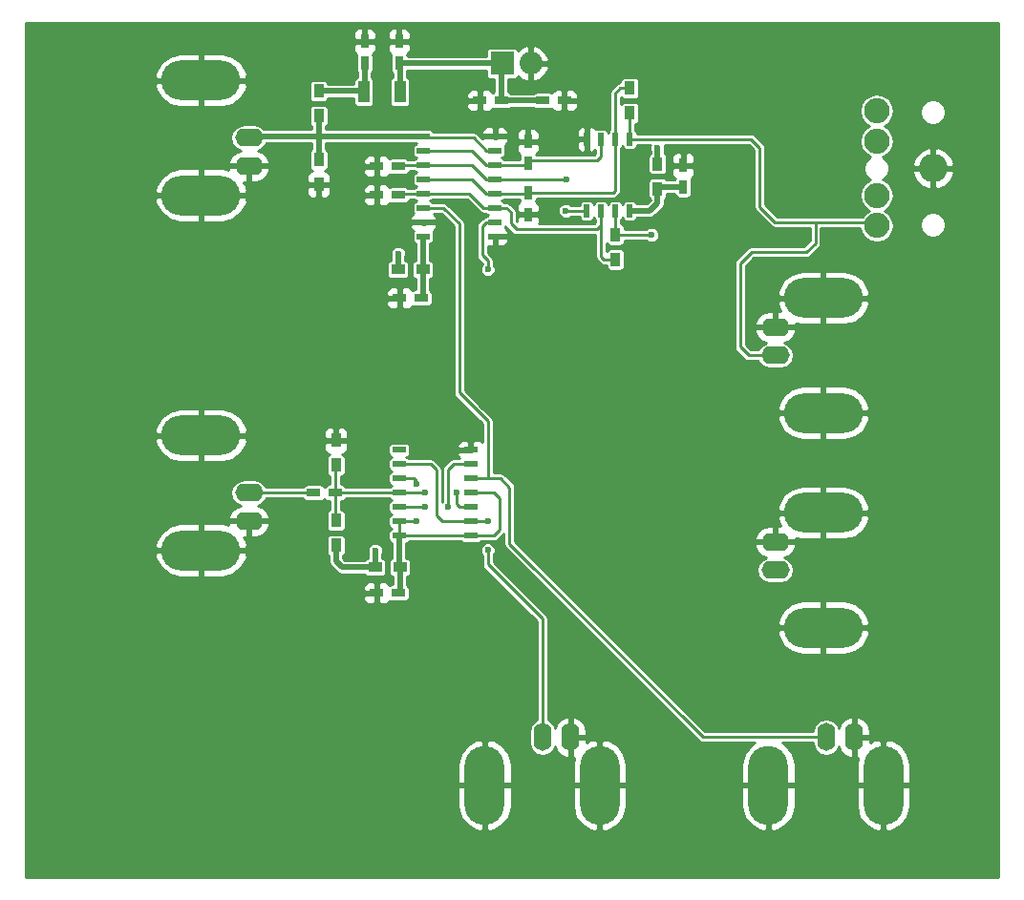
<source format=gbr>
G04 #@! TF.FileFunction,Copper,L1,Top,Signal*
%FSLAX46Y46*%
G04 Gerber Fmt 4.6, Leading zero omitted, Abs format (unit mm)*
G04 Created by KiCad (PCBNEW 4.0.2-stable) date Tuesday, August 30, 2016 'PMt' 11:58:46 PM*
%MOMM*%
G01*
G04 APERTURE LIST*
%ADD10C,0.100000*%
%ADD11R,1.200000X0.750000*%
%ADD12R,0.750000X1.200000*%
%ADD13O,7.000240X3.500120*%
%ADD14O,2.499360X1.600200*%
%ADD15O,2.540000X2.540000*%
%ADD16O,2.247900X2.247900*%
%ADD17R,1.000760X1.899920*%
%ADD18O,3.500120X7.000240*%
%ADD19O,1.600200X2.499360*%
%ADD20R,2.032000X2.032000*%
%ADD21O,2.032000X2.032000*%
%ADD22R,0.900000X1.200000*%
%ADD23R,1.200000X0.900000*%
%ADD24R,1.143000X0.508000*%
%ADD25R,0.508000X1.143000*%
%ADD26C,0.600000*%
%ADD27C,0.250000*%
%ADD28C,0.500000*%
%ADD29C,0.254000*%
G04 APERTURE END LIST*
D10*
D11*
X68260000Y-135128000D03*
X66360000Y-135128000D03*
D12*
X73914000Y-95062000D03*
X73914000Y-96962000D03*
D11*
X88580000Y-100330000D03*
X86680000Y-100330000D03*
X73980000Y-117856000D03*
X75880000Y-117856000D03*
X73848000Y-144018000D03*
X71948000Y-144018000D03*
X81092000Y-100330000D03*
X82992000Y-100330000D03*
D12*
X70866000Y-95062000D03*
X70866000Y-96962000D03*
X85344000Y-103952000D03*
X85344000Y-105852000D03*
X85344000Y-110424000D03*
X85344000Y-108524000D03*
D11*
X71948000Y-106172000D03*
X73848000Y-106172000D03*
X71948000Y-108712000D03*
X73848000Y-108712000D03*
D12*
X99110800Y-106085600D03*
X99110800Y-107985600D03*
D13*
X111531400Y-117838220D03*
X111531400Y-128036320D03*
D14*
X107266740Y-122936000D03*
X107266740Y-120436640D03*
D15*
X121254520Y-106326940D03*
D16*
X116253260Y-108724700D03*
X116253260Y-103926640D03*
X116253260Y-101226620D03*
X116253260Y-111424720D03*
D17*
X70789800Y-99568000D03*
X73990200Y-99568000D03*
D18*
X91711780Y-161061400D03*
X81513680Y-161061400D03*
D19*
X86614000Y-156796740D03*
X89113360Y-156796740D03*
D18*
X116857780Y-161061400D03*
X106659680Y-161061400D03*
D19*
X111760000Y-156796740D03*
X114259360Y-156796740D03*
D13*
X56362600Y-140225780D03*
X56362600Y-130027680D03*
D14*
X60627260Y-135128000D03*
X60627260Y-137627360D03*
D20*
X83058000Y-97028000D03*
D21*
X85598000Y-97028000D03*
D13*
X111531400Y-136888220D03*
X111531400Y-147086320D03*
D14*
X107266740Y-141986000D03*
X107266740Y-139486640D03*
D22*
X68326000Y-139784000D03*
X68326000Y-137584000D03*
X68326000Y-132672000D03*
X68326000Y-130472000D03*
X66802000Y-107780000D03*
X66802000Y-105580000D03*
D23*
X71798000Y-141732000D03*
X73998000Y-141732000D03*
D22*
X66802000Y-99484000D03*
X66802000Y-101684000D03*
D23*
X73830000Y-115316000D03*
X76030000Y-115316000D03*
D22*
X94361000Y-101430000D03*
X94361000Y-99230000D03*
X96824800Y-105935600D03*
X96824800Y-108135600D03*
X93116400Y-112234800D03*
X93116400Y-114434800D03*
D13*
X56362600Y-108729780D03*
X56362600Y-98531680D03*
D14*
X60627260Y-103632000D03*
X60627260Y-106131360D03*
D24*
X80264000Y-138938000D03*
X80264000Y-137668000D03*
X80264000Y-136398000D03*
X80264000Y-135128000D03*
X80264000Y-133858000D03*
X80264000Y-132588000D03*
X80264000Y-131318000D03*
X73914000Y-131318000D03*
X73914000Y-132588000D03*
X73914000Y-135128000D03*
X73914000Y-136398000D03*
X73914000Y-137668000D03*
X73914000Y-138938000D03*
X73914000Y-133858000D03*
X76073000Y-112395000D03*
X76073000Y-109855000D03*
X76073000Y-108585000D03*
X76073000Y-107315000D03*
X76073000Y-106045000D03*
X76073000Y-104775000D03*
X76073000Y-103505000D03*
X82423000Y-103505000D03*
X82423000Y-104775000D03*
X82423000Y-106045000D03*
X82423000Y-107315000D03*
X82423000Y-108585000D03*
X82423000Y-109855000D03*
X82423000Y-111125000D03*
X82423000Y-112395000D03*
X76073000Y-111125000D03*
D25*
X94361000Y-110109000D03*
X93091000Y-110109000D03*
X91821000Y-110109000D03*
X90551000Y-110109000D03*
X90551000Y-103759000D03*
X91821000Y-103759000D03*
X93091000Y-103759000D03*
X94361000Y-103759000D03*
D26*
X78994000Y-135128000D03*
X76200000Y-135128000D03*
X71805800Y-140258800D03*
X73837800Y-113893600D03*
X96824800Y-104521000D03*
X75438000Y-137668000D03*
X75438000Y-134366000D03*
X88722200Y-107340400D03*
X88696800Y-110109000D03*
X96291400Y-112242600D03*
X81788000Y-115316000D03*
X81788000Y-140208000D03*
X81788000Y-137668000D03*
X78232000Y-136398000D03*
X76200000Y-136398000D03*
D27*
X79248000Y-136398000D02*
X80264000Y-136398000D01*
X78994000Y-136144000D02*
X79248000Y-136398000D01*
X78994000Y-135890000D02*
X78994000Y-136144000D01*
X78994000Y-135128000D02*
X78994000Y-135890000D01*
X73914000Y-135128000D02*
X76200000Y-135128000D01*
X68260000Y-135128000D02*
X73914000Y-135128000D01*
X68260000Y-135128000D02*
X68260000Y-137518000D01*
X68260000Y-137518000D02*
X68326000Y-137584000D01*
X68260000Y-135128000D02*
X68260000Y-132738000D01*
X68260000Y-132738000D02*
X68326000Y-132672000D01*
X60627260Y-135128000D02*
X66360000Y-135128000D01*
D28*
X68326000Y-139784000D02*
X68326000Y-141173200D01*
X68884800Y-141732000D02*
X71798000Y-141732000D01*
X68326000Y-141173200D02*
X68884800Y-141732000D01*
X71798000Y-141732000D02*
X71798000Y-140266600D01*
X71798000Y-140266600D02*
X71805800Y-140258800D01*
X73830000Y-115316000D02*
X73830000Y-113901400D01*
X73830000Y-113901400D02*
X73837800Y-113893600D01*
X96824800Y-105935600D02*
X96824800Y-104521000D01*
X82992000Y-100330000D02*
X86680000Y-100330000D01*
X82992000Y-100330000D02*
X82992000Y-97094000D01*
X82992000Y-97094000D02*
X83058000Y-97028000D01*
X83058000Y-97028000D02*
X73980000Y-97028000D01*
X73980000Y-97028000D02*
X73914000Y-96962000D01*
X73990200Y-99568000D02*
X73990200Y-97038200D01*
X73990200Y-97038200D02*
X73914000Y-96962000D01*
X76030000Y-115316000D02*
X76030000Y-117706000D01*
X76030000Y-117706000D02*
X75880000Y-117856000D01*
X76030000Y-115316000D02*
X76030000Y-112438000D01*
X76030000Y-112438000D02*
X76073000Y-112395000D01*
X73998000Y-141732000D02*
X73998000Y-143868000D01*
X73998000Y-143868000D02*
X73848000Y-144018000D01*
X73914000Y-138938000D02*
X73914000Y-141648000D01*
X73914000Y-141648000D02*
X73998000Y-141732000D01*
D27*
X80264000Y-138938000D02*
X82296000Y-138938000D01*
X82296000Y-135128000D02*
X80264000Y-135128000D01*
X82804000Y-135636000D02*
X82296000Y-135128000D01*
X82804000Y-138430000D02*
X82804000Y-135636000D01*
X82296000Y-138938000D02*
X82804000Y-138430000D01*
X73914000Y-137668000D02*
X73914000Y-138938000D01*
X73914000Y-138938000D02*
X80264000Y-138938000D01*
X73914000Y-133858000D02*
X75184000Y-133858000D01*
X75438000Y-137668000D02*
X73914000Y-137668000D01*
X75438000Y-134112000D02*
X75438000Y-134366000D01*
X75184000Y-133858000D02*
X75438000Y-134112000D01*
D28*
X66802000Y-99484000D02*
X70705800Y-99484000D01*
X70705800Y-99484000D02*
X70866000Y-99323800D01*
X70866000Y-99323800D02*
X70866000Y-96962000D01*
D27*
X82423000Y-106045000D02*
X85151000Y-106045000D01*
X85151000Y-106045000D02*
X85532000Y-105664000D01*
X85532000Y-105664000D02*
X91440000Y-105664000D01*
X91440000Y-105664000D02*
X91821000Y-105283000D01*
X91821000Y-105283000D02*
X91821000Y-103759000D01*
X82616000Y-105852000D02*
X82423000Y-106045000D01*
X76073000Y-104775000D02*
X80391000Y-104775000D01*
X81661000Y-106045000D02*
X82423000Y-106045000D01*
X80391000Y-104775000D02*
X81661000Y-106045000D01*
X94361000Y-99230000D02*
X93530600Y-99230000D01*
X93091000Y-99669600D02*
X93091000Y-103759000D01*
X93530600Y-99230000D02*
X93091000Y-99669600D01*
X85344000Y-108524000D02*
X92898000Y-108524000D01*
X93091000Y-108331000D02*
X93091000Y-103759000D01*
X92898000Y-108524000D02*
X93091000Y-108331000D01*
X82423000Y-108585000D02*
X85283000Y-108585000D01*
X85283000Y-108585000D02*
X85344000Y-108524000D01*
X76073000Y-107315000D02*
X80391000Y-107315000D01*
X81661000Y-108585000D02*
X82423000Y-108585000D01*
X80391000Y-107315000D02*
X81661000Y-108585000D01*
X90551000Y-110109000D02*
X88696800Y-110109000D01*
X88696800Y-107315000D02*
X82423000Y-107315000D01*
X88722200Y-107340400D02*
X88696800Y-107315000D01*
X76073000Y-106045000D02*
X73975000Y-106045000D01*
X73975000Y-106045000D02*
X73848000Y-106172000D01*
X76073000Y-106045000D02*
X80391000Y-106045000D01*
X81661000Y-107315000D02*
X82423000Y-107315000D01*
X80391000Y-106045000D02*
X81661000Y-107315000D01*
X93116400Y-114434800D02*
X92082800Y-114434800D01*
X91821000Y-114173000D02*
X91821000Y-111379000D01*
X92082800Y-114434800D02*
X91821000Y-114173000D01*
X82423000Y-109855000D02*
X83439000Y-109855000D01*
X91821000Y-111379000D02*
X91821000Y-110109000D01*
X91440000Y-111760000D02*
X91821000Y-111379000D01*
X84328000Y-111760000D02*
X91440000Y-111760000D01*
X83820000Y-111252000D02*
X84328000Y-111760000D01*
X83820000Y-110236000D02*
X83820000Y-111252000D01*
X83439000Y-109855000D02*
X83820000Y-110236000D01*
X76073000Y-108585000D02*
X73975000Y-108585000D01*
X73975000Y-108585000D02*
X73848000Y-108712000D01*
X76073000Y-108585000D02*
X80137000Y-108585000D01*
X81407000Y-109855000D02*
X82423000Y-109855000D01*
X80137000Y-108585000D02*
X81407000Y-109855000D01*
D28*
X96824800Y-108135600D02*
X96824800Y-109423200D01*
X96139000Y-110109000D02*
X94361000Y-110109000D01*
X96824800Y-109423200D02*
X96139000Y-110109000D01*
X99110800Y-107985600D02*
X96974800Y-107985600D01*
X96974800Y-107985600D02*
X96824800Y-108135600D01*
D27*
X110817660Y-111119920D02*
X115948460Y-111119920D01*
X115948460Y-111119920D02*
X116253260Y-111424720D01*
X107266740Y-122936000D02*
X104902000Y-122936000D01*
X110817660Y-112956340D02*
X110817660Y-111119920D01*
X109982000Y-113792000D02*
X110817660Y-112956340D01*
X105156000Y-113792000D02*
X109982000Y-113792000D01*
X104140000Y-114808000D02*
X105156000Y-113792000D01*
X104140000Y-122174000D02*
X104140000Y-114808000D01*
X104902000Y-122936000D02*
X104140000Y-122174000D01*
X94361000Y-103759000D02*
X105130600Y-103759000D01*
X107259120Y-111119920D02*
X110817660Y-111119920D01*
X105892600Y-109753400D02*
X107259120Y-111119920D01*
X105892600Y-104521000D02*
X105892600Y-109753400D01*
X105130600Y-103759000D02*
X105892600Y-104521000D01*
X94361000Y-103759000D02*
X94361000Y-101430000D01*
X96283600Y-112234800D02*
X93116400Y-112234800D01*
X96291400Y-112242600D02*
X96283600Y-112234800D01*
X93116400Y-112234800D02*
X93116400Y-110134400D01*
X93116400Y-110134400D02*
X93091000Y-110109000D01*
X81661000Y-111125000D02*
X82423000Y-111125000D01*
X81280000Y-111506000D02*
X81661000Y-111125000D01*
X81280000Y-114046000D02*
X81280000Y-111506000D01*
X81788000Y-114554000D02*
X81280000Y-114046000D01*
X81788000Y-115316000D02*
X81788000Y-114554000D01*
X80264000Y-137668000D02*
X81788000Y-137668000D01*
X86614000Y-146304000D02*
X86614000Y-156796740D01*
X81788000Y-141478000D02*
X86614000Y-146304000D01*
X81788000Y-140208000D02*
X81788000Y-141478000D01*
X73914000Y-132588000D02*
X76708000Y-132588000D01*
X77724000Y-137668000D02*
X80264000Y-137668000D01*
X77216000Y-137160000D02*
X77724000Y-137668000D01*
X77216000Y-133096000D02*
X77216000Y-137160000D01*
X76708000Y-132588000D02*
X77216000Y-133096000D01*
X111760000Y-156796740D02*
X100865940Y-156796740D01*
X82931000Y-133858000D02*
X81788000Y-133858000D01*
X83718400Y-134645400D02*
X82931000Y-133858000D01*
X83718400Y-139649200D02*
X83718400Y-134645400D01*
X100865940Y-156796740D02*
X83718400Y-139649200D01*
X76073000Y-109855000D02*
X77851000Y-109855000D01*
X81788000Y-128778000D02*
X81788000Y-133858000D01*
X79248000Y-126238000D02*
X81788000Y-128778000D01*
X79248000Y-111252000D02*
X79248000Y-126238000D01*
X77851000Y-109855000D02*
X79248000Y-111252000D01*
X80264000Y-133858000D02*
X81788000Y-133858000D01*
X82423000Y-104775000D02*
X81661000Y-104775000D01*
X80518000Y-103632000D02*
X76200000Y-103632000D01*
X81661000Y-104775000D02*
X80518000Y-103632000D01*
X76200000Y-103632000D02*
X76073000Y-103505000D01*
D28*
X66802000Y-105580000D02*
X66802000Y-103505000D01*
X66802000Y-101684000D02*
X66802000Y-103505000D01*
X66802000Y-103505000D02*
X66802000Y-103378000D01*
X66802000Y-103378000D02*
X66802000Y-103505000D01*
X76073000Y-103505000D02*
X66802000Y-103505000D01*
X66802000Y-103505000D02*
X60754260Y-103505000D01*
X60754260Y-103505000D02*
X60627260Y-103632000D01*
D27*
X73914000Y-136398000D02*
X76200000Y-136398000D01*
X78740000Y-132588000D02*
X80264000Y-132588000D01*
X78232000Y-133096000D02*
X78740000Y-132588000D01*
X78232000Y-133858000D02*
X78232000Y-133096000D01*
X78232000Y-136398000D02*
X78232000Y-133858000D01*
D29*
G36*
X127052000Y-169216000D02*
X40842000Y-169216000D01*
X40842000Y-161188400D01*
X79128620Y-161188400D01*
X79128620Y-162938460D01*
X79358773Y-163841516D01*
X79916991Y-164587755D01*
X80718290Y-165063569D01*
X81015667Y-165143946D01*
X81386680Y-165034145D01*
X81386680Y-161188400D01*
X81640680Y-161188400D01*
X81640680Y-165034145D01*
X82011693Y-165143946D01*
X82309070Y-165063569D01*
X83110369Y-164587755D01*
X83668587Y-163841516D01*
X83898740Y-162938460D01*
X83898740Y-161188400D01*
X89326720Y-161188400D01*
X89326720Y-162938460D01*
X89556873Y-163841516D01*
X90115091Y-164587755D01*
X90916390Y-165063569D01*
X91213767Y-165143946D01*
X91584780Y-165034145D01*
X91584780Y-161188400D01*
X91838780Y-161188400D01*
X91838780Y-165034145D01*
X92209793Y-165143946D01*
X92507170Y-165063569D01*
X93308469Y-164587755D01*
X93866687Y-163841516D01*
X94096840Y-162938460D01*
X94096840Y-161188400D01*
X104274620Y-161188400D01*
X104274620Y-162938460D01*
X104504773Y-163841516D01*
X105062991Y-164587755D01*
X105864290Y-165063569D01*
X106161667Y-165143946D01*
X106532680Y-165034145D01*
X106532680Y-161188400D01*
X106786680Y-161188400D01*
X106786680Y-165034145D01*
X107157693Y-165143946D01*
X107455070Y-165063569D01*
X108256369Y-164587755D01*
X108814587Y-163841516D01*
X109044740Y-162938460D01*
X109044740Y-161188400D01*
X114472720Y-161188400D01*
X114472720Y-162938460D01*
X114702873Y-163841516D01*
X115261091Y-164587755D01*
X116062390Y-165063569D01*
X116359767Y-165143946D01*
X116730780Y-165034145D01*
X116730780Y-161188400D01*
X116984780Y-161188400D01*
X116984780Y-165034145D01*
X117355793Y-165143946D01*
X117653170Y-165063569D01*
X118454469Y-164587755D01*
X119012687Y-163841516D01*
X119242840Y-162938460D01*
X119242840Y-161188400D01*
X116984780Y-161188400D01*
X116730780Y-161188400D01*
X114472720Y-161188400D01*
X109044740Y-161188400D01*
X106786680Y-161188400D01*
X106532680Y-161188400D01*
X104274620Y-161188400D01*
X94096840Y-161188400D01*
X91838780Y-161188400D01*
X91584780Y-161188400D01*
X89326720Y-161188400D01*
X83898740Y-161188400D01*
X81640680Y-161188400D01*
X81386680Y-161188400D01*
X79128620Y-161188400D01*
X40842000Y-161188400D01*
X40842000Y-159184340D01*
X79128620Y-159184340D01*
X79128620Y-160934400D01*
X81386680Y-160934400D01*
X81386680Y-157088655D01*
X81640680Y-157088655D01*
X81640680Y-160934400D01*
X83898740Y-160934400D01*
X83898740Y-159184340D01*
X83668587Y-158281284D01*
X83110369Y-157535045D01*
X82309070Y-157059231D01*
X82011693Y-156978854D01*
X81640680Y-157088655D01*
X81386680Y-157088655D01*
X81015667Y-156978854D01*
X80718290Y-157059231D01*
X79916991Y-157535045D01*
X79358773Y-158281284D01*
X79128620Y-159184340D01*
X40842000Y-159184340D01*
X40842000Y-144303750D01*
X70713000Y-144303750D01*
X70713000Y-144519310D01*
X70809673Y-144752699D01*
X70988302Y-144931327D01*
X71221691Y-145028000D01*
X71662250Y-145028000D01*
X71821000Y-144869250D01*
X71821000Y-144145000D01*
X70871750Y-144145000D01*
X70713000Y-144303750D01*
X40842000Y-144303750D01*
X40842000Y-143516690D01*
X70713000Y-143516690D01*
X70713000Y-143732250D01*
X70871750Y-143891000D01*
X71821000Y-143891000D01*
X71821000Y-143166750D01*
X71662250Y-143008000D01*
X71221691Y-143008000D01*
X70988302Y-143104673D01*
X70809673Y-143283301D01*
X70713000Y-143516690D01*
X40842000Y-143516690D01*
X40842000Y-140723793D01*
X52280054Y-140723793D01*
X52360431Y-141021170D01*
X52836245Y-141822469D01*
X53582484Y-142380687D01*
X54485540Y-142610840D01*
X56235600Y-142610840D01*
X56235600Y-140352780D01*
X56489600Y-140352780D01*
X56489600Y-142610840D01*
X58239660Y-142610840D01*
X59142716Y-142380687D01*
X59888955Y-141822469D01*
X60364769Y-141021170D01*
X60445146Y-140723793D01*
X60335345Y-140352780D01*
X56489600Y-140352780D01*
X56235600Y-140352780D01*
X52389855Y-140352780D01*
X52280054Y-140723793D01*
X40842000Y-140723793D01*
X40842000Y-139727767D01*
X52280054Y-139727767D01*
X52389855Y-140098780D01*
X56235600Y-140098780D01*
X56235600Y-137840720D01*
X56489600Y-137840720D01*
X56489600Y-140098780D01*
X60335345Y-140098780D01*
X60445146Y-139727767D01*
X60364769Y-139430390D01*
X60218462Y-139184000D01*
X67487536Y-139184000D01*
X67487536Y-140384000D01*
X67514103Y-140525190D01*
X67597546Y-140654865D01*
X67695000Y-140721452D01*
X67695000Y-141173200D01*
X67716642Y-141282000D01*
X67743032Y-141414673D01*
X67879816Y-141619384D01*
X68438616Y-142178185D01*
X68643327Y-142314968D01*
X68884800Y-142363000D01*
X70861720Y-142363000D01*
X70919546Y-142452865D01*
X71046866Y-142539859D01*
X71198000Y-142570464D01*
X72398000Y-142570464D01*
X72539190Y-142543897D01*
X72668865Y-142460454D01*
X72755859Y-142333134D01*
X72786464Y-142182000D01*
X72786464Y-141282000D01*
X72759897Y-141140810D01*
X72676454Y-141011135D01*
X72549134Y-140924141D01*
X72429000Y-140899814D01*
X72429000Y-140533767D01*
X72486682Y-140394854D01*
X72486918Y-140123935D01*
X72383461Y-139873548D01*
X72192059Y-139681813D01*
X71941854Y-139577918D01*
X71670935Y-139577682D01*
X71420548Y-139681139D01*
X71228813Y-139872541D01*
X71124918Y-140122746D01*
X71124682Y-140393665D01*
X71167000Y-140496083D01*
X71167000Y-140899369D01*
X71056810Y-140920103D01*
X70927135Y-141003546D01*
X70860548Y-141101000D01*
X69146169Y-141101000D01*
X68957000Y-140911832D01*
X68957000Y-140720280D01*
X69046865Y-140662454D01*
X69133859Y-140535134D01*
X69164464Y-140384000D01*
X69164464Y-139184000D01*
X69137897Y-139042810D01*
X69054454Y-138913135D01*
X68927134Y-138826141D01*
X68776000Y-138795536D01*
X67876000Y-138795536D01*
X67734810Y-138822103D01*
X67605135Y-138905546D01*
X67518141Y-139032866D01*
X67487536Y-139184000D01*
X60218462Y-139184000D01*
X60146291Y-139062460D01*
X60500260Y-139062460D01*
X60500260Y-137754360D01*
X60754260Y-137754360D01*
X60754260Y-139062460D01*
X61203840Y-139062460D01*
X61743362Y-138904619D01*
X62181412Y-138552327D01*
X62451301Y-138059217D01*
X62468843Y-137976415D01*
X62346856Y-137754360D01*
X60754260Y-137754360D01*
X60500260Y-137754360D01*
X58907664Y-137754360D01*
X58785677Y-137976415D01*
X58786453Y-137980076D01*
X58239660Y-137840720D01*
X56489600Y-137840720D01*
X56235600Y-137840720D01*
X54485540Y-137840720D01*
X53582484Y-138070873D01*
X52836245Y-138629091D01*
X52360431Y-139430390D01*
X52280054Y-139727767D01*
X40842000Y-139727767D01*
X40842000Y-130525693D01*
X52280054Y-130525693D01*
X52360431Y-130823070D01*
X52836245Y-131624369D01*
X53582484Y-132182587D01*
X54485540Y-132412740D01*
X56235600Y-132412740D01*
X56235600Y-130154680D01*
X56489600Y-130154680D01*
X56489600Y-132412740D01*
X58239660Y-132412740D01*
X59142716Y-132182587D01*
X59888955Y-131624369D01*
X60364769Y-130823070D01*
X60445146Y-130525693D01*
X60335345Y-130154680D01*
X56489600Y-130154680D01*
X56235600Y-130154680D01*
X52389855Y-130154680D01*
X52280054Y-130525693D01*
X40842000Y-130525693D01*
X40842000Y-129529667D01*
X52280054Y-129529667D01*
X52389855Y-129900680D01*
X56235600Y-129900680D01*
X56235600Y-127642620D01*
X56489600Y-127642620D01*
X56489600Y-129900680D01*
X60335345Y-129900680D01*
X60381213Y-129745691D01*
X67241000Y-129745691D01*
X67241000Y-130186250D01*
X67399750Y-130345000D01*
X68199000Y-130345000D01*
X68199000Y-129395750D01*
X68453000Y-129395750D01*
X68453000Y-130345000D01*
X69252250Y-130345000D01*
X69411000Y-130186250D01*
X69411000Y-129745691D01*
X69314327Y-129512302D01*
X69135699Y-129333673D01*
X68902310Y-129237000D01*
X68611750Y-129237000D01*
X68453000Y-129395750D01*
X68199000Y-129395750D01*
X68040250Y-129237000D01*
X67749690Y-129237000D01*
X67516301Y-129333673D01*
X67337673Y-129512302D01*
X67241000Y-129745691D01*
X60381213Y-129745691D01*
X60445146Y-129529667D01*
X60364769Y-129232290D01*
X59888955Y-128430991D01*
X59142716Y-127872773D01*
X58239660Y-127642620D01*
X56489600Y-127642620D01*
X56235600Y-127642620D01*
X54485540Y-127642620D01*
X53582484Y-127872773D01*
X52836245Y-128430991D01*
X52360431Y-129232290D01*
X52280054Y-129529667D01*
X40842000Y-129529667D01*
X40842000Y-118141750D01*
X72745000Y-118141750D01*
X72745000Y-118357310D01*
X72841673Y-118590699D01*
X73020302Y-118769327D01*
X73253691Y-118866000D01*
X73694250Y-118866000D01*
X73853000Y-118707250D01*
X73853000Y-117983000D01*
X72903750Y-117983000D01*
X72745000Y-118141750D01*
X40842000Y-118141750D01*
X40842000Y-117354690D01*
X72745000Y-117354690D01*
X72745000Y-117570250D01*
X72903750Y-117729000D01*
X73853000Y-117729000D01*
X73853000Y-117004750D01*
X74107000Y-117004750D01*
X74107000Y-117729000D01*
X74127000Y-117729000D01*
X74127000Y-117983000D01*
X74107000Y-117983000D01*
X74107000Y-118707250D01*
X74265750Y-118866000D01*
X74706309Y-118866000D01*
X74939698Y-118769327D01*
X75118327Y-118590699D01*
X75121246Y-118583652D01*
X75128866Y-118588859D01*
X75280000Y-118619464D01*
X76480000Y-118619464D01*
X76621190Y-118592897D01*
X76750865Y-118509454D01*
X76837859Y-118382134D01*
X76868464Y-118231000D01*
X76868464Y-117481000D01*
X76841897Y-117339810D01*
X76758454Y-117210135D01*
X76661000Y-117143548D01*
X76661000Y-116148631D01*
X76771190Y-116127897D01*
X76900865Y-116044454D01*
X76987859Y-115917134D01*
X77018464Y-115766000D01*
X77018464Y-114866000D01*
X76991897Y-114724810D01*
X76908454Y-114595135D01*
X76781134Y-114508141D01*
X76661000Y-114483814D01*
X76661000Y-113034359D01*
X76785690Y-113010897D01*
X76915365Y-112927454D01*
X77002359Y-112800134D01*
X77032964Y-112649000D01*
X77032964Y-112141000D01*
X77006397Y-111999810D01*
X76964028Y-111933966D01*
X77004199Y-111917327D01*
X77182827Y-111738698D01*
X77279500Y-111505309D01*
X77279500Y-111410750D01*
X77120750Y-111252000D01*
X76200000Y-111252000D01*
X76200000Y-111272000D01*
X75946000Y-111272000D01*
X75946000Y-111252000D01*
X75025250Y-111252000D01*
X74866500Y-111410750D01*
X74866500Y-111505309D01*
X74963173Y-111738698D01*
X75141801Y-111917327D01*
X75181866Y-111933922D01*
X75143641Y-111989866D01*
X75113036Y-112141000D01*
X75113036Y-112649000D01*
X75139603Y-112790190D01*
X75223046Y-112919865D01*
X75350366Y-113006859D01*
X75399000Y-113016708D01*
X75399000Y-114483369D01*
X75288810Y-114504103D01*
X75159135Y-114587546D01*
X75072141Y-114714866D01*
X75041536Y-114866000D01*
X75041536Y-115766000D01*
X75068103Y-115907190D01*
X75151546Y-116036865D01*
X75278866Y-116123859D01*
X75399000Y-116148186D01*
X75399000Y-117092536D01*
X75280000Y-117092536D01*
X75138810Y-117119103D01*
X75121919Y-117129972D01*
X75118327Y-117121301D01*
X74939698Y-116942673D01*
X74706309Y-116846000D01*
X74265750Y-116846000D01*
X74107000Y-117004750D01*
X73853000Y-117004750D01*
X73694250Y-116846000D01*
X73253691Y-116846000D01*
X73020302Y-116942673D01*
X72841673Y-117121301D01*
X72745000Y-117354690D01*
X40842000Y-117354690D01*
X40842000Y-114866000D01*
X72841536Y-114866000D01*
X72841536Y-115766000D01*
X72868103Y-115907190D01*
X72951546Y-116036865D01*
X73078866Y-116123859D01*
X73230000Y-116154464D01*
X74430000Y-116154464D01*
X74571190Y-116127897D01*
X74700865Y-116044454D01*
X74787859Y-115917134D01*
X74818464Y-115766000D01*
X74818464Y-114866000D01*
X74791897Y-114724810D01*
X74708454Y-114595135D01*
X74581134Y-114508141D01*
X74461000Y-114483814D01*
X74461000Y-114168567D01*
X74518682Y-114029654D01*
X74518918Y-113758735D01*
X74415461Y-113508348D01*
X74224059Y-113316613D01*
X73973854Y-113212718D01*
X73702935Y-113212482D01*
X73452548Y-113315939D01*
X73260813Y-113507341D01*
X73156918Y-113757546D01*
X73156682Y-114028465D01*
X73199000Y-114130883D01*
X73199000Y-114483369D01*
X73088810Y-114504103D01*
X72959135Y-114587546D01*
X72872141Y-114714866D01*
X72841536Y-114866000D01*
X40842000Y-114866000D01*
X40842000Y-109227793D01*
X52280054Y-109227793D01*
X52360431Y-109525170D01*
X52836245Y-110326469D01*
X53582484Y-110884687D01*
X54485540Y-111114840D01*
X56235600Y-111114840D01*
X56235600Y-108856780D01*
X56489600Y-108856780D01*
X56489600Y-111114840D01*
X58239660Y-111114840D01*
X59142716Y-110884687D01*
X59888955Y-110326469D01*
X60364769Y-109525170D01*
X60445146Y-109227793D01*
X60335345Y-108856780D01*
X56489600Y-108856780D01*
X56235600Y-108856780D01*
X52389855Y-108856780D01*
X52280054Y-109227793D01*
X40842000Y-109227793D01*
X40842000Y-108231767D01*
X52280054Y-108231767D01*
X52389855Y-108602780D01*
X56235600Y-108602780D01*
X56235600Y-106344720D01*
X56489600Y-106344720D01*
X56489600Y-108602780D01*
X60335345Y-108602780D01*
X60445146Y-108231767D01*
X60400274Y-108065750D01*
X65717000Y-108065750D01*
X65717000Y-108506309D01*
X65813673Y-108739698D01*
X65992301Y-108918327D01*
X66225690Y-109015000D01*
X66516250Y-109015000D01*
X66675000Y-108856250D01*
X66675000Y-107907000D01*
X66929000Y-107907000D01*
X66929000Y-108856250D01*
X67087750Y-109015000D01*
X67378310Y-109015000D01*
X67419955Y-108997750D01*
X70713000Y-108997750D01*
X70713000Y-109213310D01*
X70809673Y-109446699D01*
X70988302Y-109625327D01*
X71221691Y-109722000D01*
X71662250Y-109722000D01*
X71821000Y-109563250D01*
X71821000Y-108839000D01*
X70871750Y-108839000D01*
X70713000Y-108997750D01*
X67419955Y-108997750D01*
X67611699Y-108918327D01*
X67790327Y-108739698D01*
X67887000Y-108506309D01*
X67887000Y-108210690D01*
X70713000Y-108210690D01*
X70713000Y-108426250D01*
X70871750Y-108585000D01*
X71821000Y-108585000D01*
X71821000Y-107860750D01*
X71662250Y-107702000D01*
X71221691Y-107702000D01*
X70988302Y-107798673D01*
X70809673Y-107977301D01*
X70713000Y-108210690D01*
X67887000Y-108210690D01*
X67887000Y-108065750D01*
X67728250Y-107907000D01*
X66929000Y-107907000D01*
X66675000Y-107907000D01*
X65875750Y-107907000D01*
X65717000Y-108065750D01*
X60400274Y-108065750D01*
X60364769Y-107934390D01*
X60146291Y-107566460D01*
X60500260Y-107566460D01*
X60500260Y-106258360D01*
X60754260Y-106258360D01*
X60754260Y-107566460D01*
X61203840Y-107566460D01*
X61743362Y-107408619D01*
X62181412Y-107056327D01*
X62451301Y-106563217D01*
X62468843Y-106480415D01*
X62346856Y-106258360D01*
X60754260Y-106258360D01*
X60500260Y-106258360D01*
X58907664Y-106258360D01*
X58785677Y-106480415D01*
X58786453Y-106484076D01*
X58239660Y-106344720D01*
X56489600Y-106344720D01*
X56235600Y-106344720D01*
X54485540Y-106344720D01*
X53582484Y-106574873D01*
X52836245Y-107133091D01*
X52360431Y-107934390D01*
X52280054Y-108231767D01*
X40842000Y-108231767D01*
X40842000Y-105782305D01*
X58785677Y-105782305D01*
X58907664Y-106004360D01*
X60500260Y-106004360D01*
X60500260Y-105984360D01*
X60754260Y-105984360D01*
X60754260Y-106004360D01*
X62346856Y-106004360D01*
X62468843Y-105782305D01*
X62451301Y-105699503D01*
X62181412Y-105206393D01*
X61743362Y-104854101D01*
X61403105Y-104754556D01*
X61560774Y-104723194D01*
X61943951Y-104467164D01*
X62165227Y-104136000D01*
X66171000Y-104136000D01*
X66171000Y-104643720D01*
X66081135Y-104701546D01*
X65994141Y-104828866D01*
X65963536Y-104980000D01*
X65963536Y-106180000D01*
X65990103Y-106321190D01*
X66073546Y-106450865D01*
X66200866Y-106537859D01*
X66236130Y-106545000D01*
X66225690Y-106545000D01*
X65992301Y-106641673D01*
X65813673Y-106820302D01*
X65717000Y-107053691D01*
X65717000Y-107494250D01*
X65875750Y-107653000D01*
X66675000Y-107653000D01*
X66675000Y-107633000D01*
X66929000Y-107633000D01*
X66929000Y-107653000D01*
X67728250Y-107653000D01*
X67887000Y-107494250D01*
X67887000Y-107053691D01*
X67790327Y-106820302D01*
X67611699Y-106641673D01*
X67378310Y-106545000D01*
X67376699Y-106545000D01*
X67393190Y-106541897D01*
X67522865Y-106458454D01*
X67523346Y-106457750D01*
X70713000Y-106457750D01*
X70713000Y-106673310D01*
X70809673Y-106906699D01*
X70988302Y-107085327D01*
X71221691Y-107182000D01*
X71662250Y-107182000D01*
X71821000Y-107023250D01*
X71821000Y-106299000D01*
X70871750Y-106299000D01*
X70713000Y-106457750D01*
X67523346Y-106457750D01*
X67609859Y-106331134D01*
X67640464Y-106180000D01*
X67640464Y-105670690D01*
X70713000Y-105670690D01*
X70713000Y-105886250D01*
X70871750Y-106045000D01*
X71821000Y-106045000D01*
X71821000Y-105320750D01*
X71662250Y-105162000D01*
X71221691Y-105162000D01*
X70988302Y-105258673D01*
X70809673Y-105437301D01*
X70713000Y-105670690D01*
X67640464Y-105670690D01*
X67640464Y-104980000D01*
X67613897Y-104838810D01*
X67530454Y-104709135D01*
X67433000Y-104642548D01*
X67433000Y-104136000D01*
X75444888Y-104136000D01*
X75463288Y-104139726D01*
X75360310Y-104159103D01*
X75230635Y-104242546D01*
X75143641Y-104369866D01*
X75113036Y-104521000D01*
X75113036Y-105029000D01*
X75139603Y-105170190D01*
X75223046Y-105299865D01*
X75350366Y-105386859D01*
X75463288Y-105409726D01*
X75360310Y-105429103D01*
X75230635Y-105512546D01*
X75212560Y-105539000D01*
X74734732Y-105539000D01*
X74726454Y-105526135D01*
X74599134Y-105439141D01*
X74448000Y-105408536D01*
X73248000Y-105408536D01*
X73106810Y-105435103D01*
X73089919Y-105445972D01*
X73086327Y-105437301D01*
X72907698Y-105258673D01*
X72674309Y-105162000D01*
X72233750Y-105162000D01*
X72075000Y-105320750D01*
X72075000Y-106045000D01*
X72095000Y-106045000D01*
X72095000Y-106299000D01*
X72075000Y-106299000D01*
X72075000Y-107023250D01*
X72233750Y-107182000D01*
X72674309Y-107182000D01*
X72907698Y-107085327D01*
X73086327Y-106906699D01*
X73089246Y-106899652D01*
X73096866Y-106904859D01*
X73248000Y-106935464D01*
X74448000Y-106935464D01*
X74589190Y-106908897D01*
X74718865Y-106825454D01*
X74805859Y-106698134D01*
X74835654Y-106551000D01*
X75210907Y-106551000D01*
X75223046Y-106569865D01*
X75350366Y-106656859D01*
X75463288Y-106679726D01*
X75360310Y-106699103D01*
X75230635Y-106782546D01*
X75143641Y-106909866D01*
X75113036Y-107061000D01*
X75113036Y-107569000D01*
X75139603Y-107710190D01*
X75223046Y-107839865D01*
X75350366Y-107926859D01*
X75463288Y-107949726D01*
X75360310Y-107969103D01*
X75230635Y-108052546D01*
X75212560Y-108079000D01*
X74734732Y-108079000D01*
X74726454Y-108066135D01*
X74599134Y-107979141D01*
X74448000Y-107948536D01*
X73248000Y-107948536D01*
X73106810Y-107975103D01*
X73089919Y-107985972D01*
X73086327Y-107977301D01*
X72907698Y-107798673D01*
X72674309Y-107702000D01*
X72233750Y-107702000D01*
X72075000Y-107860750D01*
X72075000Y-108585000D01*
X72095000Y-108585000D01*
X72095000Y-108839000D01*
X72075000Y-108839000D01*
X72075000Y-109563250D01*
X72233750Y-109722000D01*
X72674309Y-109722000D01*
X72907698Y-109625327D01*
X73086327Y-109446699D01*
X73089246Y-109439652D01*
X73096866Y-109444859D01*
X73248000Y-109475464D01*
X74448000Y-109475464D01*
X74589190Y-109448897D01*
X74718865Y-109365454D01*
X74805859Y-109238134D01*
X74835654Y-109091000D01*
X75210907Y-109091000D01*
X75223046Y-109109865D01*
X75350366Y-109196859D01*
X75463288Y-109219726D01*
X75360310Y-109239103D01*
X75230635Y-109322546D01*
X75143641Y-109449866D01*
X75113036Y-109601000D01*
X75113036Y-110109000D01*
X75139603Y-110250190D01*
X75181972Y-110316034D01*
X75141801Y-110332673D01*
X74963173Y-110511302D01*
X74866500Y-110744691D01*
X74866500Y-110839250D01*
X75025250Y-110998000D01*
X75946000Y-110998000D01*
X75946000Y-110978000D01*
X76200000Y-110978000D01*
X76200000Y-110998000D01*
X77120750Y-110998000D01*
X77279500Y-110839250D01*
X77279500Y-110744691D01*
X77182827Y-110511302D01*
X77032526Y-110361000D01*
X77641408Y-110361000D01*
X78742000Y-111461592D01*
X78742000Y-126238000D01*
X78780517Y-126431638D01*
X78890204Y-126595796D01*
X81282000Y-128987592D01*
X81282000Y-130612474D01*
X81195199Y-130525673D01*
X80961810Y-130429000D01*
X80549750Y-130429000D01*
X80391000Y-130587750D01*
X80391000Y-131191000D01*
X80411000Y-131191000D01*
X80411000Y-131445000D01*
X80391000Y-131445000D01*
X80391000Y-131465000D01*
X80137000Y-131465000D01*
X80137000Y-131445000D01*
X79216250Y-131445000D01*
X79057500Y-131603750D01*
X79057500Y-131698309D01*
X79154173Y-131931698D01*
X79304474Y-132082000D01*
X78740000Y-132082000D01*
X78546362Y-132120517D01*
X78382204Y-132230204D01*
X77874204Y-132738204D01*
X77764517Y-132902362D01*
X77726000Y-133096000D01*
X77726000Y-135940877D01*
X77722000Y-135944870D01*
X77722000Y-133096000D01*
X77683483Y-132902362D01*
X77573796Y-132738204D01*
X77065796Y-132230204D01*
X76901638Y-132120517D01*
X76708000Y-132082000D01*
X74776093Y-132082000D01*
X74763954Y-132063135D01*
X74636634Y-131976141D01*
X74523712Y-131953274D01*
X74626690Y-131933897D01*
X74756365Y-131850454D01*
X74843359Y-131723134D01*
X74873964Y-131572000D01*
X74873964Y-131064000D01*
X74850198Y-130937691D01*
X79057500Y-130937691D01*
X79057500Y-131032250D01*
X79216250Y-131191000D01*
X80137000Y-131191000D01*
X80137000Y-130587750D01*
X79978250Y-130429000D01*
X79566190Y-130429000D01*
X79332801Y-130525673D01*
X79154173Y-130704302D01*
X79057500Y-130937691D01*
X74850198Y-130937691D01*
X74847397Y-130922810D01*
X74763954Y-130793135D01*
X74636634Y-130706141D01*
X74485500Y-130675536D01*
X73342500Y-130675536D01*
X73201310Y-130702103D01*
X73071635Y-130785546D01*
X72984641Y-130912866D01*
X72954036Y-131064000D01*
X72954036Y-131572000D01*
X72980603Y-131713190D01*
X73064046Y-131842865D01*
X73191366Y-131929859D01*
X73304288Y-131952726D01*
X73201310Y-131972103D01*
X73071635Y-132055546D01*
X72984641Y-132182866D01*
X72954036Y-132334000D01*
X72954036Y-132842000D01*
X72980603Y-132983190D01*
X73064046Y-133112865D01*
X73191366Y-133199859D01*
X73304288Y-133222726D01*
X73201310Y-133242103D01*
X73071635Y-133325546D01*
X72984641Y-133452866D01*
X72954036Y-133604000D01*
X72954036Y-134112000D01*
X72980603Y-134253190D01*
X73064046Y-134382865D01*
X73191366Y-134469859D01*
X73304288Y-134492726D01*
X73201310Y-134512103D01*
X73071635Y-134595546D01*
X73053560Y-134622000D01*
X69223814Y-134622000D01*
X69221897Y-134611810D01*
X69138454Y-134482135D01*
X69011134Y-134395141D01*
X68860000Y-134364536D01*
X68766000Y-134364536D01*
X68766000Y-133660464D01*
X68776000Y-133660464D01*
X68917190Y-133633897D01*
X69046865Y-133550454D01*
X69133859Y-133423134D01*
X69164464Y-133272000D01*
X69164464Y-132072000D01*
X69137897Y-131930810D01*
X69054454Y-131801135D01*
X68927134Y-131714141D01*
X68891870Y-131707000D01*
X68902310Y-131707000D01*
X69135699Y-131610327D01*
X69314327Y-131431698D01*
X69411000Y-131198309D01*
X69411000Y-130757750D01*
X69252250Y-130599000D01*
X68453000Y-130599000D01*
X68453000Y-130619000D01*
X68199000Y-130619000D01*
X68199000Y-130599000D01*
X67399750Y-130599000D01*
X67241000Y-130757750D01*
X67241000Y-131198309D01*
X67337673Y-131431698D01*
X67516301Y-131610327D01*
X67749690Y-131707000D01*
X67751301Y-131707000D01*
X67734810Y-131710103D01*
X67605135Y-131793546D01*
X67518141Y-131920866D01*
X67487536Y-132072000D01*
X67487536Y-133272000D01*
X67514103Y-133413190D01*
X67597546Y-133542865D01*
X67724866Y-133629859D01*
X67754000Y-133635759D01*
X67754000Y-134364536D01*
X67660000Y-134364536D01*
X67518810Y-134391103D01*
X67389135Y-134474546D01*
X67309020Y-134591798D01*
X67238454Y-134482135D01*
X67111134Y-134395141D01*
X66960000Y-134364536D01*
X65760000Y-134364536D01*
X65618810Y-134391103D01*
X65489135Y-134474546D01*
X65402141Y-134601866D01*
X65398064Y-134622000D01*
X62163891Y-134622000D01*
X61943951Y-134292836D01*
X61560774Y-134036806D01*
X61108787Y-133946900D01*
X60145733Y-133946900D01*
X59693746Y-134036806D01*
X59310569Y-134292836D01*
X59054539Y-134676013D01*
X58964633Y-135128000D01*
X59054539Y-135579987D01*
X59310569Y-135963164D01*
X59693746Y-136219194D01*
X59851415Y-136250556D01*
X59511158Y-136350101D01*
X59073108Y-136702393D01*
X58803219Y-137195503D01*
X58785677Y-137278305D01*
X58907664Y-137500360D01*
X60500260Y-137500360D01*
X60500260Y-137480360D01*
X60754260Y-137480360D01*
X60754260Y-137500360D01*
X62346856Y-137500360D01*
X62468843Y-137278305D01*
X62451301Y-137195503D01*
X62181412Y-136702393D01*
X61743362Y-136350101D01*
X61403105Y-136250556D01*
X61560774Y-136219194D01*
X61943951Y-135963164D01*
X62163891Y-135634000D01*
X65396186Y-135634000D01*
X65398103Y-135644190D01*
X65481546Y-135773865D01*
X65608866Y-135860859D01*
X65760000Y-135891464D01*
X66960000Y-135891464D01*
X67101190Y-135864897D01*
X67230865Y-135781454D01*
X67310980Y-135664202D01*
X67381546Y-135773865D01*
X67508866Y-135860859D01*
X67660000Y-135891464D01*
X67754000Y-135891464D01*
X67754000Y-136618492D01*
X67734810Y-136622103D01*
X67605135Y-136705546D01*
X67518141Y-136832866D01*
X67487536Y-136984000D01*
X67487536Y-138184000D01*
X67514103Y-138325190D01*
X67597546Y-138454865D01*
X67724866Y-138541859D01*
X67876000Y-138572464D01*
X68776000Y-138572464D01*
X68917190Y-138545897D01*
X69046865Y-138462454D01*
X69133859Y-138335134D01*
X69164464Y-138184000D01*
X69164464Y-136984000D01*
X69137897Y-136842810D01*
X69054454Y-136713135D01*
X68927134Y-136626141D01*
X68776000Y-136595536D01*
X68766000Y-136595536D01*
X68766000Y-135891464D01*
X68860000Y-135891464D01*
X69001190Y-135864897D01*
X69130865Y-135781454D01*
X69217859Y-135654134D01*
X69221936Y-135634000D01*
X73051907Y-135634000D01*
X73064046Y-135652865D01*
X73191366Y-135739859D01*
X73304288Y-135762726D01*
X73201310Y-135782103D01*
X73071635Y-135865546D01*
X72984641Y-135992866D01*
X72954036Y-136144000D01*
X72954036Y-136652000D01*
X72980603Y-136793190D01*
X73064046Y-136922865D01*
X73191366Y-137009859D01*
X73304288Y-137032726D01*
X73201310Y-137052103D01*
X73071635Y-137135546D01*
X72984641Y-137262866D01*
X72954036Y-137414000D01*
X72954036Y-137922000D01*
X72980603Y-138063190D01*
X73064046Y-138192865D01*
X73191366Y-138279859D01*
X73304288Y-138302726D01*
X73201310Y-138322103D01*
X73071635Y-138405546D01*
X72984641Y-138532866D01*
X72954036Y-138684000D01*
X72954036Y-139192000D01*
X72980603Y-139333190D01*
X73064046Y-139462865D01*
X73191366Y-139549859D01*
X73283000Y-139568415D01*
X73283000Y-140915175D01*
X73256810Y-140920103D01*
X73127135Y-141003546D01*
X73040141Y-141130866D01*
X73009536Y-141282000D01*
X73009536Y-142182000D01*
X73036103Y-142323190D01*
X73119546Y-142452865D01*
X73246866Y-142539859D01*
X73367000Y-142564186D01*
X73367000Y-143254536D01*
X73248000Y-143254536D01*
X73106810Y-143281103D01*
X73089919Y-143291972D01*
X73086327Y-143283301D01*
X72907698Y-143104673D01*
X72674309Y-143008000D01*
X72233750Y-143008000D01*
X72075000Y-143166750D01*
X72075000Y-143891000D01*
X72095000Y-143891000D01*
X72095000Y-144145000D01*
X72075000Y-144145000D01*
X72075000Y-144869250D01*
X72233750Y-145028000D01*
X72674309Y-145028000D01*
X72907698Y-144931327D01*
X73086327Y-144752699D01*
X73089246Y-144745652D01*
X73096866Y-144750859D01*
X73248000Y-144781464D01*
X74448000Y-144781464D01*
X74589190Y-144754897D01*
X74718865Y-144671454D01*
X74805859Y-144544134D01*
X74836464Y-144393000D01*
X74836464Y-143643000D01*
X74809897Y-143501810D01*
X74726454Y-143372135D01*
X74629000Y-143305548D01*
X74629000Y-142564631D01*
X74739190Y-142543897D01*
X74868865Y-142460454D01*
X74955859Y-142333134D01*
X74986464Y-142182000D01*
X74986464Y-141282000D01*
X74959897Y-141140810D01*
X74876454Y-141011135D01*
X74749134Y-140924141D01*
X74598000Y-140893536D01*
X74545000Y-140893536D01*
X74545000Y-140342865D01*
X81106882Y-140342865D01*
X81210339Y-140593252D01*
X81282000Y-140665038D01*
X81282000Y-141478000D01*
X81320517Y-141671638D01*
X81430204Y-141835796D01*
X86108000Y-146513592D01*
X86108000Y-155260109D01*
X85778836Y-155480049D01*
X85522806Y-155863226D01*
X85432900Y-156315213D01*
X85432900Y-157278267D01*
X85522806Y-157730254D01*
X85778836Y-158113431D01*
X86162013Y-158369461D01*
X86614000Y-158459367D01*
X87065987Y-158369461D01*
X87449164Y-158113431D01*
X87705194Y-157730254D01*
X87736556Y-157572585D01*
X87836101Y-157912842D01*
X88188393Y-158350892D01*
X88681503Y-158620781D01*
X88764305Y-158638323D01*
X88986360Y-158516336D01*
X88986360Y-156923740D01*
X89240360Y-156923740D01*
X89240360Y-158516336D01*
X89462415Y-158638323D01*
X89466076Y-158637547D01*
X89326720Y-159184340D01*
X89326720Y-160934400D01*
X91584780Y-160934400D01*
X91584780Y-157088655D01*
X91838780Y-157088655D01*
X91838780Y-160934400D01*
X94096840Y-160934400D01*
X94096840Y-159184340D01*
X93866687Y-158281284D01*
X93308469Y-157535045D01*
X92507170Y-157059231D01*
X92209793Y-156978854D01*
X91838780Y-157088655D01*
X91584780Y-157088655D01*
X91213767Y-156978854D01*
X90916390Y-157059231D01*
X90548460Y-157277709D01*
X90548460Y-156923740D01*
X89240360Y-156923740D01*
X88986360Y-156923740D01*
X88966360Y-156923740D01*
X88966360Y-156669740D01*
X88986360Y-156669740D01*
X88986360Y-155077144D01*
X89240360Y-155077144D01*
X89240360Y-156669740D01*
X90548460Y-156669740D01*
X90548460Y-156220160D01*
X90390619Y-155680638D01*
X90038327Y-155242588D01*
X89545217Y-154972699D01*
X89462415Y-154955157D01*
X89240360Y-155077144D01*
X88986360Y-155077144D01*
X88764305Y-154955157D01*
X88681503Y-154972699D01*
X88188393Y-155242588D01*
X87836101Y-155680638D01*
X87736556Y-156020895D01*
X87705194Y-155863226D01*
X87449164Y-155480049D01*
X87120000Y-155260109D01*
X87120000Y-146304000D01*
X87081483Y-146110362D01*
X86971796Y-145946204D01*
X82294000Y-141268408D01*
X82294000Y-140665123D01*
X82364987Y-140594259D01*
X82468882Y-140344054D01*
X82469118Y-140073135D01*
X82365661Y-139822748D01*
X82174259Y-139631013D01*
X81924054Y-139527118D01*
X81653135Y-139526882D01*
X81402748Y-139630339D01*
X81211013Y-139821741D01*
X81107118Y-140071946D01*
X81106882Y-140342865D01*
X74545000Y-140342865D01*
X74545000Y-139569268D01*
X74626690Y-139553897D01*
X74756365Y-139470454D01*
X74774440Y-139444000D01*
X79401907Y-139444000D01*
X79414046Y-139462865D01*
X79541366Y-139549859D01*
X79692500Y-139580464D01*
X80835500Y-139580464D01*
X80976690Y-139553897D01*
X81106365Y-139470454D01*
X81124440Y-139444000D01*
X82296000Y-139444000D01*
X82489638Y-139405483D01*
X82653796Y-139295796D01*
X83161796Y-138787796D01*
X83212400Y-138712062D01*
X83212400Y-139649200D01*
X83250917Y-139842838D01*
X83360604Y-140006996D01*
X100508144Y-157154536D01*
X100672302Y-157264223D01*
X100865940Y-157302740D01*
X105454206Y-157302740D01*
X105062991Y-157535045D01*
X104504773Y-158281284D01*
X104274620Y-159184340D01*
X104274620Y-160934400D01*
X106532680Y-160934400D01*
X106532680Y-160914400D01*
X106786680Y-160914400D01*
X106786680Y-160934400D01*
X109044740Y-160934400D01*
X109044740Y-159184340D01*
X108814587Y-158281284D01*
X108256369Y-157535045D01*
X107865154Y-157302740D01*
X110583768Y-157302740D01*
X110668806Y-157730254D01*
X110924836Y-158113431D01*
X111308013Y-158369461D01*
X111760000Y-158459367D01*
X112211987Y-158369461D01*
X112595164Y-158113431D01*
X112851194Y-157730254D01*
X112882556Y-157572585D01*
X112982101Y-157912842D01*
X113334393Y-158350892D01*
X113827503Y-158620781D01*
X113910305Y-158638323D01*
X114132360Y-158516336D01*
X114132360Y-156923740D01*
X114386360Y-156923740D01*
X114386360Y-158516336D01*
X114608415Y-158638323D01*
X114612076Y-158637547D01*
X114472720Y-159184340D01*
X114472720Y-160934400D01*
X116730780Y-160934400D01*
X116730780Y-157088655D01*
X116984780Y-157088655D01*
X116984780Y-160934400D01*
X119242840Y-160934400D01*
X119242840Y-159184340D01*
X119012687Y-158281284D01*
X118454469Y-157535045D01*
X117653170Y-157059231D01*
X117355793Y-156978854D01*
X116984780Y-157088655D01*
X116730780Y-157088655D01*
X116359767Y-156978854D01*
X116062390Y-157059231D01*
X115694460Y-157277709D01*
X115694460Y-156923740D01*
X114386360Y-156923740D01*
X114132360Y-156923740D01*
X114112360Y-156923740D01*
X114112360Y-156669740D01*
X114132360Y-156669740D01*
X114132360Y-155077144D01*
X114386360Y-155077144D01*
X114386360Y-156669740D01*
X115694460Y-156669740D01*
X115694460Y-156220160D01*
X115536619Y-155680638D01*
X115184327Y-155242588D01*
X114691217Y-154972699D01*
X114608415Y-154955157D01*
X114386360Y-155077144D01*
X114132360Y-155077144D01*
X113910305Y-154955157D01*
X113827503Y-154972699D01*
X113334393Y-155242588D01*
X112982101Y-155680638D01*
X112882556Y-156020895D01*
X112851194Y-155863226D01*
X112595164Y-155480049D01*
X112211987Y-155224019D01*
X111760000Y-155134113D01*
X111308013Y-155224019D01*
X110924836Y-155480049D01*
X110668806Y-155863226D01*
X110583768Y-156290740D01*
X101075532Y-156290740D01*
X92369125Y-147584333D01*
X107448854Y-147584333D01*
X107529231Y-147881710D01*
X108005045Y-148683009D01*
X108751284Y-149241227D01*
X109654340Y-149471380D01*
X111404400Y-149471380D01*
X111404400Y-147213320D01*
X111658400Y-147213320D01*
X111658400Y-149471380D01*
X113408460Y-149471380D01*
X114311516Y-149241227D01*
X115057755Y-148683009D01*
X115533569Y-147881710D01*
X115613946Y-147584333D01*
X115504145Y-147213320D01*
X111658400Y-147213320D01*
X111404400Y-147213320D01*
X107558655Y-147213320D01*
X107448854Y-147584333D01*
X92369125Y-147584333D01*
X91373099Y-146588307D01*
X107448854Y-146588307D01*
X107558655Y-146959320D01*
X111404400Y-146959320D01*
X111404400Y-144701260D01*
X111658400Y-144701260D01*
X111658400Y-146959320D01*
X115504145Y-146959320D01*
X115613946Y-146588307D01*
X115533569Y-146290930D01*
X115057755Y-145489631D01*
X114311516Y-144931413D01*
X113408460Y-144701260D01*
X111658400Y-144701260D01*
X111404400Y-144701260D01*
X109654340Y-144701260D01*
X108751284Y-144931413D01*
X108005045Y-145489631D01*
X107529231Y-146290930D01*
X107448854Y-146588307D01*
X91373099Y-146588307D01*
X84620487Y-139835695D01*
X105425157Y-139835695D01*
X105442699Y-139918497D01*
X105712588Y-140411607D01*
X106150638Y-140763899D01*
X106490895Y-140863444D01*
X106333226Y-140894806D01*
X105950049Y-141150836D01*
X105694019Y-141534013D01*
X105604113Y-141986000D01*
X105694019Y-142437987D01*
X105950049Y-142821164D01*
X106333226Y-143077194D01*
X106785213Y-143167100D01*
X107748267Y-143167100D01*
X108200254Y-143077194D01*
X108583431Y-142821164D01*
X108839461Y-142437987D01*
X108929367Y-141986000D01*
X108839461Y-141534013D01*
X108583431Y-141150836D01*
X108200254Y-140894806D01*
X108042585Y-140863444D01*
X108382842Y-140763899D01*
X108820892Y-140411607D01*
X109090781Y-139918497D01*
X109108323Y-139835695D01*
X108986336Y-139613640D01*
X107393740Y-139613640D01*
X107393740Y-139633640D01*
X107139740Y-139633640D01*
X107139740Y-139613640D01*
X105547144Y-139613640D01*
X105425157Y-139835695D01*
X84620487Y-139835695D01*
X84224400Y-139439608D01*
X84224400Y-139137585D01*
X105425157Y-139137585D01*
X105547144Y-139359640D01*
X107139740Y-139359640D01*
X107139740Y-138051540D01*
X107393740Y-138051540D01*
X107393740Y-139359640D01*
X108986336Y-139359640D01*
X109108323Y-139137585D01*
X109107547Y-139133924D01*
X109654340Y-139273280D01*
X111404400Y-139273280D01*
X111404400Y-137015220D01*
X111658400Y-137015220D01*
X111658400Y-139273280D01*
X113408460Y-139273280D01*
X114311516Y-139043127D01*
X115057755Y-138484909D01*
X115533569Y-137683610D01*
X115613946Y-137386233D01*
X115504145Y-137015220D01*
X111658400Y-137015220D01*
X111404400Y-137015220D01*
X107558655Y-137015220D01*
X107448854Y-137386233D01*
X107529231Y-137683610D01*
X107747709Y-138051540D01*
X107393740Y-138051540D01*
X107139740Y-138051540D01*
X106690160Y-138051540D01*
X106150638Y-138209381D01*
X105712588Y-138561673D01*
X105442699Y-139054783D01*
X105425157Y-139137585D01*
X84224400Y-139137585D01*
X84224400Y-136390207D01*
X107448854Y-136390207D01*
X107558655Y-136761220D01*
X111404400Y-136761220D01*
X111404400Y-134503160D01*
X111658400Y-134503160D01*
X111658400Y-136761220D01*
X115504145Y-136761220D01*
X115613946Y-136390207D01*
X115533569Y-136092830D01*
X115057755Y-135291531D01*
X114311516Y-134733313D01*
X113408460Y-134503160D01*
X111658400Y-134503160D01*
X111404400Y-134503160D01*
X109654340Y-134503160D01*
X108751284Y-134733313D01*
X108005045Y-135291531D01*
X107529231Y-136092830D01*
X107448854Y-136390207D01*
X84224400Y-136390207D01*
X84224400Y-134645400D01*
X84185883Y-134451762D01*
X84076196Y-134287604D01*
X83288796Y-133500204D01*
X83124638Y-133390517D01*
X82931000Y-133352000D01*
X82294000Y-133352000D01*
X82294000Y-128778000D01*
X82255483Y-128584362D01*
X82222055Y-128534333D01*
X107448854Y-128534333D01*
X107529231Y-128831710D01*
X108005045Y-129633009D01*
X108751284Y-130191227D01*
X109654340Y-130421380D01*
X111404400Y-130421380D01*
X111404400Y-128163320D01*
X111658400Y-128163320D01*
X111658400Y-130421380D01*
X113408460Y-130421380D01*
X114311516Y-130191227D01*
X115057755Y-129633009D01*
X115533569Y-128831710D01*
X115613946Y-128534333D01*
X115504145Y-128163320D01*
X111658400Y-128163320D01*
X111404400Y-128163320D01*
X107558655Y-128163320D01*
X107448854Y-128534333D01*
X82222055Y-128534333D01*
X82145796Y-128420204D01*
X81263899Y-127538307D01*
X107448854Y-127538307D01*
X107558655Y-127909320D01*
X111404400Y-127909320D01*
X111404400Y-125651260D01*
X111658400Y-125651260D01*
X111658400Y-127909320D01*
X115504145Y-127909320D01*
X115613946Y-127538307D01*
X115533569Y-127240930D01*
X115057755Y-126439631D01*
X114311516Y-125881413D01*
X113408460Y-125651260D01*
X111658400Y-125651260D01*
X111404400Y-125651260D01*
X109654340Y-125651260D01*
X108751284Y-125881413D01*
X108005045Y-126439631D01*
X107529231Y-127240930D01*
X107448854Y-127538307D01*
X81263899Y-127538307D01*
X79754000Y-126028408D01*
X79754000Y-111252000D01*
X79715483Y-111058362D01*
X79605796Y-110894204D01*
X78208796Y-109497204D01*
X78044638Y-109387517D01*
X77851000Y-109349000D01*
X76935093Y-109349000D01*
X76922954Y-109330135D01*
X76795634Y-109243141D01*
X76682712Y-109220274D01*
X76785690Y-109200897D01*
X76915365Y-109117454D01*
X76933440Y-109091000D01*
X79927408Y-109091000D01*
X81049204Y-110212796D01*
X81213362Y-110322483D01*
X81407000Y-110361000D01*
X81560907Y-110361000D01*
X81573046Y-110379865D01*
X81700366Y-110466859D01*
X81813288Y-110489726D01*
X81710310Y-110509103D01*
X81580635Y-110592546D01*
X81547076Y-110641661D01*
X81467362Y-110657517D01*
X81303204Y-110767204D01*
X80922204Y-111148204D01*
X80812517Y-111312362D01*
X80774000Y-111506000D01*
X80774000Y-114046000D01*
X80812517Y-114239638D01*
X80922204Y-114403796D01*
X81282000Y-114763592D01*
X81282000Y-114858877D01*
X81211013Y-114929741D01*
X81107118Y-115179946D01*
X81106882Y-115450865D01*
X81210339Y-115701252D01*
X81401741Y-115892987D01*
X81651946Y-115996882D01*
X81922865Y-115997118D01*
X82173252Y-115893661D01*
X82364987Y-115702259D01*
X82468882Y-115452054D01*
X82469118Y-115181135D01*
X82365661Y-114930748D01*
X82294000Y-114858962D01*
X82294000Y-114554000D01*
X82255483Y-114360362D01*
X82145796Y-114196204D01*
X81786000Y-113836408D01*
X81786000Y-113284000D01*
X82137250Y-113284000D01*
X82296000Y-113125250D01*
X82296000Y-112522000D01*
X82550000Y-112522000D01*
X82550000Y-113125250D01*
X82708750Y-113284000D01*
X83120810Y-113284000D01*
X83354199Y-113187327D01*
X83532827Y-113008698D01*
X83629500Y-112775309D01*
X83629500Y-112680750D01*
X83470750Y-112522000D01*
X82550000Y-112522000D01*
X82296000Y-112522000D01*
X82276000Y-112522000D01*
X82276000Y-112268000D01*
X82296000Y-112268000D01*
X82296000Y-112248000D01*
X82550000Y-112248000D01*
X82550000Y-112268000D01*
X83470750Y-112268000D01*
X83629500Y-112109250D01*
X83629500Y-112014691D01*
X83532827Y-111781302D01*
X83354199Y-111602673D01*
X83314134Y-111586078D01*
X83352359Y-111530134D01*
X83365527Y-111465109D01*
X83462204Y-111609796D01*
X83970204Y-112117796D01*
X84134362Y-112227483D01*
X84328000Y-112266000D01*
X91315000Y-112266000D01*
X91315000Y-114173000D01*
X91353517Y-114366638D01*
X91463204Y-114530796D01*
X91725004Y-114792596D01*
X91889162Y-114902283D01*
X92082800Y-114940800D01*
X92277936Y-114940800D01*
X92277936Y-115034800D01*
X92304503Y-115175990D01*
X92387946Y-115305665D01*
X92515266Y-115392659D01*
X92666400Y-115423264D01*
X93566400Y-115423264D01*
X93707590Y-115396697D01*
X93837265Y-115313254D01*
X93924259Y-115185934D01*
X93954864Y-115034800D01*
X93954864Y-113834800D01*
X93928297Y-113693610D01*
X93844854Y-113563935D01*
X93717534Y-113476941D01*
X93566400Y-113446336D01*
X92666400Y-113446336D01*
X92525210Y-113472903D01*
X92395535Y-113556346D01*
X92327000Y-113656650D01*
X92327000Y-113010952D01*
X92387946Y-113105665D01*
X92515266Y-113192659D01*
X92666400Y-113223264D01*
X93566400Y-113223264D01*
X93707590Y-113196697D01*
X93837265Y-113113254D01*
X93924259Y-112985934D01*
X93954864Y-112834800D01*
X93954864Y-112740800D01*
X95826491Y-112740800D01*
X95905141Y-112819587D01*
X96155346Y-112923482D01*
X96426265Y-112923718D01*
X96676652Y-112820261D01*
X96868387Y-112628859D01*
X96972282Y-112378654D01*
X96972518Y-112107735D01*
X96869061Y-111857348D01*
X96677659Y-111665613D01*
X96427454Y-111561718D01*
X96156535Y-111561482D01*
X95906148Y-111664939D01*
X95842176Y-111728800D01*
X93954864Y-111728800D01*
X93954864Y-111634800D01*
X93928297Y-111493610D01*
X93844854Y-111363935D01*
X93717534Y-111276941D01*
X93622400Y-111257676D01*
X93622400Y-110949390D01*
X93702859Y-110831634D01*
X93725726Y-110718712D01*
X93745103Y-110821690D01*
X93828546Y-110951365D01*
X93955866Y-111038359D01*
X94107000Y-111068964D01*
X94615000Y-111068964D01*
X94756190Y-111042397D01*
X94885865Y-110958954D01*
X94972859Y-110831634D01*
X94991415Y-110740000D01*
X96139000Y-110740000D01*
X96380473Y-110691968D01*
X96585184Y-110555184D01*
X97270985Y-109869384D01*
X97407768Y-109664673D01*
X97455800Y-109423200D01*
X97455800Y-109071880D01*
X97545665Y-109014054D01*
X97632659Y-108886734D01*
X97663264Y-108735600D01*
X97663264Y-108616600D01*
X98353169Y-108616600D01*
X98373903Y-108726790D01*
X98457346Y-108856465D01*
X98584666Y-108943459D01*
X98735800Y-108974064D01*
X99485800Y-108974064D01*
X99626990Y-108947497D01*
X99756665Y-108864054D01*
X99843659Y-108736734D01*
X99874264Y-108585600D01*
X99874264Y-107385600D01*
X99847697Y-107244410D01*
X99836828Y-107227519D01*
X99845499Y-107223927D01*
X100024127Y-107045298D01*
X100120800Y-106811909D01*
X100120800Y-106371350D01*
X99962050Y-106212600D01*
X99237800Y-106212600D01*
X99237800Y-106232600D01*
X98983800Y-106232600D01*
X98983800Y-106212600D01*
X98259550Y-106212600D01*
X98100800Y-106371350D01*
X98100800Y-106811909D01*
X98197473Y-107045298D01*
X98376101Y-107223927D01*
X98383148Y-107226846D01*
X98377941Y-107234466D01*
X98353614Y-107354600D01*
X97611080Y-107354600D01*
X97553254Y-107264735D01*
X97425934Y-107177741D01*
X97274800Y-107147136D01*
X96374800Y-107147136D01*
X96233610Y-107173703D01*
X96103935Y-107257146D01*
X96016941Y-107384466D01*
X95986336Y-107535600D01*
X95986336Y-108735600D01*
X96012903Y-108876790D01*
X96096346Y-109006465D01*
X96193800Y-109073052D01*
X96193800Y-109161831D01*
X95877632Y-109478000D01*
X94992268Y-109478000D01*
X94976897Y-109396310D01*
X94893454Y-109266635D01*
X94766134Y-109179641D01*
X94615000Y-109149036D01*
X94107000Y-109149036D01*
X93965810Y-109175603D01*
X93836135Y-109259046D01*
X93749141Y-109386366D01*
X93726274Y-109499288D01*
X93706897Y-109396310D01*
X93623454Y-109266635D01*
X93496134Y-109179641D01*
X93345000Y-109149036D01*
X92837000Y-109149036D01*
X92695810Y-109175603D01*
X92566135Y-109259046D01*
X92479141Y-109386366D01*
X92456274Y-109499288D01*
X92436897Y-109396310D01*
X92353454Y-109266635D01*
X92226134Y-109179641D01*
X92075000Y-109149036D01*
X91567000Y-109149036D01*
X91425810Y-109175603D01*
X91296135Y-109259046D01*
X91209141Y-109386366D01*
X91186274Y-109499288D01*
X91166897Y-109396310D01*
X91083454Y-109266635D01*
X90956134Y-109179641D01*
X90805000Y-109149036D01*
X90297000Y-109149036D01*
X90155810Y-109175603D01*
X90026135Y-109259046D01*
X89939141Y-109386366D01*
X89908536Y-109537500D01*
X89908536Y-109603000D01*
X89153923Y-109603000D01*
X89083059Y-109532013D01*
X88832854Y-109428118D01*
X88561935Y-109427882D01*
X88311548Y-109531339D01*
X88119813Y-109722741D01*
X88015918Y-109972946D01*
X88015682Y-110243865D01*
X88119139Y-110494252D01*
X88310541Y-110685987D01*
X88560746Y-110789882D01*
X88831665Y-110790118D01*
X89082052Y-110686661D01*
X89153838Y-110615000D01*
X89908536Y-110615000D01*
X89908536Y-110680500D01*
X89935103Y-110821690D01*
X90018546Y-110951365D01*
X90145866Y-111038359D01*
X90297000Y-111068964D01*
X90805000Y-111068964D01*
X90946190Y-111042397D01*
X91075865Y-110958954D01*
X91162859Y-110831634D01*
X91185726Y-110718712D01*
X91205103Y-110821690D01*
X91288546Y-110951365D01*
X91315000Y-110969440D01*
X91315000Y-111169408D01*
X91230408Y-111254000D01*
X86311050Y-111254000D01*
X86354000Y-111150309D01*
X86354000Y-110709750D01*
X86195250Y-110551000D01*
X85471000Y-110551000D01*
X85471000Y-110571000D01*
X85217000Y-110571000D01*
X85217000Y-110551000D01*
X84492750Y-110551000D01*
X84334000Y-110709750D01*
X84334000Y-111050408D01*
X84326000Y-111042408D01*
X84326000Y-110236000D01*
X84287483Y-110042362D01*
X84177796Y-109878204D01*
X83796796Y-109497204D01*
X83632638Y-109387517D01*
X83439000Y-109349000D01*
X83285093Y-109349000D01*
X83272954Y-109330135D01*
X83145634Y-109243141D01*
X83032712Y-109220274D01*
X83135690Y-109200897D01*
X83265365Y-109117454D01*
X83283440Y-109091000D01*
X84580536Y-109091000D01*
X84580536Y-109124000D01*
X84607103Y-109265190D01*
X84617972Y-109282081D01*
X84609301Y-109285673D01*
X84430673Y-109464302D01*
X84334000Y-109697691D01*
X84334000Y-110138250D01*
X84492750Y-110297000D01*
X85217000Y-110297000D01*
X85217000Y-110277000D01*
X85471000Y-110277000D01*
X85471000Y-110297000D01*
X86195250Y-110297000D01*
X86354000Y-110138250D01*
X86354000Y-109697691D01*
X86257327Y-109464302D01*
X86078699Y-109285673D01*
X86071652Y-109282754D01*
X86076859Y-109275134D01*
X86107464Y-109124000D01*
X86107464Y-109030000D01*
X92898000Y-109030000D01*
X93091638Y-108991483D01*
X93255796Y-108881796D01*
X93448796Y-108688796D01*
X93558483Y-108524638D01*
X93597000Y-108331000D01*
X93597000Y-104621093D01*
X93615865Y-104608954D01*
X93702859Y-104481634D01*
X93725726Y-104368712D01*
X93745103Y-104471690D01*
X93828546Y-104601365D01*
X93955866Y-104688359D01*
X94107000Y-104718964D01*
X94615000Y-104718964D01*
X94756190Y-104692397D01*
X94885865Y-104608954D01*
X94972859Y-104481634D01*
X95003464Y-104330500D01*
X95003464Y-104265000D01*
X96193724Y-104265000D01*
X96143918Y-104384946D01*
X96143682Y-104655865D01*
X96193800Y-104777161D01*
X96193800Y-104999320D01*
X96103935Y-105057146D01*
X96016941Y-105184466D01*
X95986336Y-105335600D01*
X95986336Y-106535600D01*
X96012903Y-106676790D01*
X96096346Y-106806465D01*
X96223666Y-106893459D01*
X96374800Y-106924064D01*
X97274800Y-106924064D01*
X97415990Y-106897497D01*
X97545665Y-106814054D01*
X97632659Y-106686734D01*
X97663264Y-106535600D01*
X97663264Y-105359291D01*
X98100800Y-105359291D01*
X98100800Y-105799850D01*
X98259550Y-105958600D01*
X98983800Y-105958600D01*
X98983800Y-105009350D01*
X99237800Y-105009350D01*
X99237800Y-105958600D01*
X99962050Y-105958600D01*
X100120800Y-105799850D01*
X100120800Y-105359291D01*
X100024127Y-105125902D01*
X99845499Y-104947273D01*
X99612110Y-104850600D01*
X99396550Y-104850600D01*
X99237800Y-105009350D01*
X98983800Y-105009350D01*
X98825050Y-104850600D01*
X98609490Y-104850600D01*
X98376101Y-104947273D01*
X98197473Y-105125902D01*
X98100800Y-105359291D01*
X97663264Y-105359291D01*
X97663264Y-105335600D01*
X97636697Y-105194410D01*
X97553254Y-105064735D01*
X97455800Y-104998148D01*
X97455800Y-104777182D01*
X97505682Y-104657054D01*
X97505918Y-104386135D01*
X97455866Y-104265000D01*
X104921008Y-104265000D01*
X105386600Y-104730592D01*
X105386600Y-109753400D01*
X105425117Y-109947038D01*
X105534804Y-110111196D01*
X106901324Y-111477716D01*
X107065482Y-111587403D01*
X107259120Y-111625920D01*
X110311660Y-111625920D01*
X110311660Y-112746748D01*
X109772408Y-113286000D01*
X105156000Y-113286000D01*
X104962362Y-113324517D01*
X104798204Y-113434204D01*
X103782204Y-114450204D01*
X103672517Y-114614362D01*
X103634000Y-114808000D01*
X103634000Y-122174000D01*
X103672517Y-122367638D01*
X103782204Y-122531796D01*
X104544204Y-123293796D01*
X104708362Y-123403483D01*
X104902000Y-123442000D01*
X105730109Y-123442000D01*
X105950049Y-123771164D01*
X106333226Y-124027194D01*
X106785213Y-124117100D01*
X107748267Y-124117100D01*
X108200254Y-124027194D01*
X108583431Y-123771164D01*
X108839461Y-123387987D01*
X108929367Y-122936000D01*
X108839461Y-122484013D01*
X108583431Y-122100836D01*
X108200254Y-121844806D01*
X108042585Y-121813444D01*
X108382842Y-121713899D01*
X108820892Y-121361607D01*
X109090781Y-120868497D01*
X109108323Y-120785695D01*
X108986336Y-120563640D01*
X107393740Y-120563640D01*
X107393740Y-120583640D01*
X107139740Y-120583640D01*
X107139740Y-120563640D01*
X105547144Y-120563640D01*
X105425157Y-120785695D01*
X105442699Y-120868497D01*
X105712588Y-121361607D01*
X106150638Y-121713899D01*
X106490895Y-121813444D01*
X106333226Y-121844806D01*
X105950049Y-122100836D01*
X105730109Y-122430000D01*
X105111592Y-122430000D01*
X104646000Y-121964408D01*
X104646000Y-120087585D01*
X105425157Y-120087585D01*
X105547144Y-120309640D01*
X107139740Y-120309640D01*
X107139740Y-119001540D01*
X107393740Y-119001540D01*
X107393740Y-120309640D01*
X108986336Y-120309640D01*
X109108323Y-120087585D01*
X109107547Y-120083924D01*
X109654340Y-120223280D01*
X111404400Y-120223280D01*
X111404400Y-117965220D01*
X111658400Y-117965220D01*
X111658400Y-120223280D01*
X113408460Y-120223280D01*
X114311516Y-119993127D01*
X115057755Y-119434909D01*
X115533569Y-118633610D01*
X115613946Y-118336233D01*
X115504145Y-117965220D01*
X111658400Y-117965220D01*
X111404400Y-117965220D01*
X107558655Y-117965220D01*
X107448854Y-118336233D01*
X107529231Y-118633610D01*
X107747709Y-119001540D01*
X107393740Y-119001540D01*
X107139740Y-119001540D01*
X106690160Y-119001540D01*
X106150638Y-119159381D01*
X105712588Y-119511673D01*
X105442699Y-120004783D01*
X105425157Y-120087585D01*
X104646000Y-120087585D01*
X104646000Y-117340207D01*
X107448854Y-117340207D01*
X107558655Y-117711220D01*
X111404400Y-117711220D01*
X111404400Y-115453160D01*
X111658400Y-115453160D01*
X111658400Y-117711220D01*
X115504145Y-117711220D01*
X115613946Y-117340207D01*
X115533569Y-117042830D01*
X115057755Y-116241531D01*
X114311516Y-115683313D01*
X113408460Y-115453160D01*
X111658400Y-115453160D01*
X111404400Y-115453160D01*
X109654340Y-115453160D01*
X108751284Y-115683313D01*
X108005045Y-116241531D01*
X107529231Y-117042830D01*
X107448854Y-117340207D01*
X104646000Y-117340207D01*
X104646000Y-115017592D01*
X105365592Y-114298000D01*
X109982000Y-114298000D01*
X110175638Y-114259483D01*
X110339796Y-114149796D01*
X111175456Y-113314136D01*
X111209891Y-113262600D01*
X111285143Y-113149978D01*
X111323660Y-112956340D01*
X111323660Y-111625920D01*
X114758847Y-111625920D01*
X114833383Y-112000639D01*
X115159616Y-112488880D01*
X115647857Y-112815113D01*
X116223776Y-112929670D01*
X116282744Y-112929670D01*
X116858663Y-112815113D01*
X117346904Y-112488880D01*
X117673137Y-112000639D01*
X117762873Y-111549504D01*
X120124024Y-111549504D01*
X120295739Y-111965087D01*
X120613420Y-112283323D01*
X121028703Y-112455763D01*
X121478364Y-112456156D01*
X121893947Y-112284441D01*
X122212183Y-111966760D01*
X122384623Y-111551477D01*
X122385016Y-111101816D01*
X122213301Y-110686233D01*
X121895620Y-110367997D01*
X121480337Y-110195557D01*
X121030676Y-110195164D01*
X120615093Y-110366879D01*
X120296857Y-110684560D01*
X120124417Y-111099843D01*
X120124024Y-111549504D01*
X117762873Y-111549504D01*
X117787694Y-111424720D01*
X117673137Y-110848801D01*
X117346904Y-110360560D01*
X116919100Y-110074710D01*
X117346904Y-109788860D01*
X117673137Y-109300619D01*
X117787694Y-108724700D01*
X117673137Y-108148781D01*
X117346904Y-107660540D01*
X116858663Y-107334307D01*
X116802255Y-107323087D01*
X116892687Y-107285721D01*
X117210923Y-106968040D01*
X117301576Y-106749721D01*
X119397027Y-106749721D01*
X119642117Y-107341439D01*
X120153086Y-107881255D01*
X120831738Y-108184440D01*
X121127520Y-108068959D01*
X121127520Y-106453940D01*
X121381520Y-106453940D01*
X121381520Y-108068959D01*
X121677302Y-108184440D01*
X122355954Y-107881255D01*
X122866923Y-107341439D01*
X123112013Y-106749721D01*
X122996146Y-106453940D01*
X121381520Y-106453940D01*
X121127520Y-106453940D01*
X119512894Y-106453940D01*
X119397027Y-106749721D01*
X117301576Y-106749721D01*
X117383363Y-106552757D01*
X117383756Y-106103096D01*
X117301558Y-105904159D01*
X119397027Y-105904159D01*
X119512894Y-106199940D01*
X121127520Y-106199940D01*
X121127520Y-104584921D01*
X121381520Y-104584921D01*
X121381520Y-106199940D01*
X122996146Y-106199940D01*
X123112013Y-105904159D01*
X122866923Y-105312441D01*
X122355954Y-104772625D01*
X121677302Y-104469440D01*
X121381520Y-104584921D01*
X121127520Y-104584921D01*
X120831738Y-104469440D01*
X120153086Y-104772625D01*
X119642117Y-105312441D01*
X119397027Y-105904159D01*
X117301558Y-105904159D01*
X117212041Y-105687513D01*
X116894360Y-105369277D01*
X116797731Y-105329153D01*
X116858663Y-105317033D01*
X117346904Y-104990800D01*
X117673137Y-104502559D01*
X117787694Y-103926640D01*
X117673137Y-103350721D01*
X117346904Y-102862480D01*
X116919100Y-102576630D01*
X117346904Y-102290780D01*
X117673137Y-101802539D01*
X117722959Y-101552064D01*
X120124024Y-101552064D01*
X120295739Y-101967647D01*
X120613420Y-102285883D01*
X121028703Y-102458323D01*
X121478364Y-102458716D01*
X121893947Y-102287001D01*
X122212183Y-101969320D01*
X122384623Y-101554037D01*
X122385016Y-101104376D01*
X122213301Y-100688793D01*
X121895620Y-100370557D01*
X121480337Y-100198117D01*
X121030676Y-100197724D01*
X120615093Y-100369439D01*
X120296857Y-100687120D01*
X120124417Y-101102403D01*
X120124024Y-101552064D01*
X117722959Y-101552064D01*
X117787694Y-101226620D01*
X117673137Y-100650701D01*
X117346904Y-100162460D01*
X116858663Y-99836227D01*
X116282744Y-99721670D01*
X116223776Y-99721670D01*
X115647857Y-99836227D01*
X115159616Y-100162460D01*
X114833383Y-100650701D01*
X114718826Y-101226620D01*
X114833383Y-101802539D01*
X115159616Y-102290780D01*
X115587420Y-102576630D01*
X115159616Y-102862480D01*
X114833383Y-103350721D01*
X114718826Y-103926640D01*
X114833383Y-104502559D01*
X115159616Y-104990800D01*
X115647857Y-105317033D01*
X115708415Y-105329079D01*
X115613833Y-105368159D01*
X115295597Y-105685840D01*
X115123157Y-106101123D01*
X115122764Y-106550784D01*
X115294479Y-106966367D01*
X115612160Y-107284603D01*
X115704653Y-107323010D01*
X115647857Y-107334307D01*
X115159616Y-107660540D01*
X114833383Y-108148781D01*
X114718826Y-108724700D01*
X114833383Y-109300619D01*
X115159616Y-109788860D01*
X115587420Y-110074710D01*
X115159616Y-110360560D01*
X114990326Y-110613920D01*
X107468712Y-110613920D01*
X106398600Y-109543808D01*
X106398600Y-104521000D01*
X106360083Y-104327362D01*
X106250396Y-104163204D01*
X105488396Y-103401204D01*
X105324238Y-103291517D01*
X105130600Y-103253000D01*
X95003464Y-103253000D01*
X95003464Y-103187500D01*
X94976897Y-103046310D01*
X94893454Y-102916635D01*
X94867000Y-102898560D01*
X94867000Y-102407927D01*
X94952190Y-102391897D01*
X95081865Y-102308454D01*
X95168859Y-102181134D01*
X95199464Y-102030000D01*
X95199464Y-100830000D01*
X95172897Y-100688810D01*
X95089454Y-100559135D01*
X94962134Y-100472141D01*
X94811000Y-100441536D01*
X93911000Y-100441536D01*
X93769810Y-100468103D01*
X93640135Y-100551546D01*
X93597000Y-100614676D01*
X93597000Y-100045625D01*
X93632546Y-100100865D01*
X93759866Y-100187859D01*
X93911000Y-100218464D01*
X94811000Y-100218464D01*
X94952190Y-100191897D01*
X95081865Y-100108454D01*
X95168859Y-99981134D01*
X95199464Y-99830000D01*
X95199464Y-98630000D01*
X95172897Y-98488810D01*
X95089454Y-98359135D01*
X94962134Y-98272141D01*
X94811000Y-98241536D01*
X93911000Y-98241536D01*
X93769810Y-98268103D01*
X93640135Y-98351546D01*
X93553141Y-98478866D01*
X93522536Y-98630000D01*
X93522536Y-98725604D01*
X93336962Y-98762517D01*
X93172804Y-98872204D01*
X92733204Y-99311804D01*
X92623517Y-99475962D01*
X92585000Y-99669600D01*
X92585000Y-102896907D01*
X92566135Y-102909046D01*
X92479141Y-103036366D01*
X92456274Y-103149288D01*
X92436897Y-103046310D01*
X92353454Y-102916635D01*
X92226134Y-102829641D01*
X92075000Y-102799036D01*
X91567000Y-102799036D01*
X91425810Y-102825603D01*
X91359966Y-102867972D01*
X91343327Y-102827801D01*
X91164698Y-102649173D01*
X90931309Y-102552500D01*
X90836750Y-102552500D01*
X90678000Y-102711250D01*
X90678000Y-103632000D01*
X90698000Y-103632000D01*
X90698000Y-103886000D01*
X90678000Y-103886000D01*
X90678000Y-104806750D01*
X90836750Y-104965500D01*
X90931309Y-104965500D01*
X91164698Y-104868827D01*
X91315000Y-104718526D01*
X91315000Y-105073408D01*
X91230408Y-105158000D01*
X86089777Y-105158000D01*
X86080897Y-105110810D01*
X86070028Y-105093919D01*
X86078699Y-105090327D01*
X86257327Y-104911698D01*
X86354000Y-104678309D01*
X86354000Y-104237750D01*
X86195250Y-104079000D01*
X85471000Y-104079000D01*
X85471000Y-104099000D01*
X85217000Y-104099000D01*
X85217000Y-104079000D01*
X84492750Y-104079000D01*
X84334000Y-104237750D01*
X84334000Y-104678309D01*
X84430673Y-104911698D01*
X84609301Y-105090327D01*
X84616348Y-105093246D01*
X84611141Y-105100866D01*
X84580536Y-105252000D01*
X84580536Y-105539000D01*
X83285093Y-105539000D01*
X83272954Y-105520135D01*
X83145634Y-105433141D01*
X83032712Y-105410274D01*
X83135690Y-105390897D01*
X83265365Y-105307454D01*
X83352359Y-105180134D01*
X83382964Y-105029000D01*
X83382964Y-104521000D01*
X83356397Y-104379810D01*
X83314028Y-104313966D01*
X83354199Y-104297327D01*
X83532827Y-104118698D01*
X83563457Y-104044750D01*
X89662000Y-104044750D01*
X89662000Y-104456810D01*
X89758673Y-104690199D01*
X89937302Y-104868827D01*
X90170691Y-104965500D01*
X90265250Y-104965500D01*
X90424000Y-104806750D01*
X90424000Y-103886000D01*
X89820750Y-103886000D01*
X89662000Y-104044750D01*
X83563457Y-104044750D01*
X83629500Y-103885309D01*
X83629500Y-103790750D01*
X83470750Y-103632000D01*
X82550000Y-103632000D01*
X82550000Y-103652000D01*
X82296000Y-103652000D01*
X82296000Y-103632000D01*
X81375250Y-103632000D01*
X81304421Y-103702829D01*
X80875796Y-103274204D01*
X80711638Y-103164517D01*
X80518000Y-103126000D01*
X77009443Y-103126000D01*
X77009197Y-103124691D01*
X81216500Y-103124691D01*
X81216500Y-103219250D01*
X81375250Y-103378000D01*
X82296000Y-103378000D01*
X82296000Y-102774750D01*
X82550000Y-102774750D01*
X82550000Y-103378000D01*
X83470750Y-103378000D01*
X83623059Y-103225691D01*
X84334000Y-103225691D01*
X84334000Y-103666250D01*
X84492750Y-103825000D01*
X85217000Y-103825000D01*
X85217000Y-102875750D01*
X85471000Y-102875750D01*
X85471000Y-103825000D01*
X86195250Y-103825000D01*
X86354000Y-103666250D01*
X86354000Y-103225691D01*
X86285862Y-103061190D01*
X89662000Y-103061190D01*
X89662000Y-103473250D01*
X89820750Y-103632000D01*
X90424000Y-103632000D01*
X90424000Y-102711250D01*
X90265250Y-102552500D01*
X90170691Y-102552500D01*
X89937302Y-102649173D01*
X89758673Y-102827801D01*
X89662000Y-103061190D01*
X86285862Y-103061190D01*
X86257327Y-102992302D01*
X86078699Y-102813673D01*
X85845310Y-102717000D01*
X85629750Y-102717000D01*
X85471000Y-102875750D01*
X85217000Y-102875750D01*
X85058250Y-102717000D01*
X84842690Y-102717000D01*
X84609301Y-102813673D01*
X84430673Y-102992302D01*
X84334000Y-103225691D01*
X83623059Y-103225691D01*
X83629500Y-103219250D01*
X83629500Y-103124691D01*
X83532827Y-102891302D01*
X83354199Y-102712673D01*
X83120810Y-102616000D01*
X82708750Y-102616000D01*
X82550000Y-102774750D01*
X82296000Y-102774750D01*
X82137250Y-102616000D01*
X81725190Y-102616000D01*
X81491801Y-102712673D01*
X81313173Y-102891302D01*
X81216500Y-103124691D01*
X77009197Y-103124691D01*
X77006397Y-103109810D01*
X76922954Y-102980135D01*
X76795634Y-102893141D01*
X76644500Y-102862536D01*
X75501500Y-102862536D01*
X75440575Y-102874000D01*
X67433000Y-102874000D01*
X67433000Y-102620280D01*
X67522865Y-102562454D01*
X67609859Y-102435134D01*
X67640464Y-102284000D01*
X67640464Y-101084000D01*
X67613897Y-100942810D01*
X67530454Y-100813135D01*
X67403134Y-100726141D01*
X67252000Y-100695536D01*
X66352000Y-100695536D01*
X66210810Y-100722103D01*
X66081135Y-100805546D01*
X65994141Y-100932866D01*
X65963536Y-101084000D01*
X65963536Y-102284000D01*
X65990103Y-102425190D01*
X66073546Y-102554865D01*
X66171000Y-102621452D01*
X66171000Y-102874000D01*
X61995510Y-102874000D01*
X61943951Y-102796836D01*
X61560774Y-102540806D01*
X61108787Y-102450900D01*
X60145733Y-102450900D01*
X59693746Y-102540806D01*
X59310569Y-102796836D01*
X59054539Y-103180013D01*
X58964633Y-103632000D01*
X59054539Y-104083987D01*
X59310569Y-104467164D01*
X59693746Y-104723194D01*
X59851415Y-104754556D01*
X59511158Y-104854101D01*
X59073108Y-105206393D01*
X58803219Y-105699503D01*
X58785677Y-105782305D01*
X40842000Y-105782305D01*
X40842000Y-99029693D01*
X52280054Y-99029693D01*
X52360431Y-99327070D01*
X52836245Y-100128369D01*
X53582484Y-100686587D01*
X54485540Y-100916740D01*
X56235600Y-100916740D01*
X56235600Y-98658680D01*
X56489600Y-98658680D01*
X56489600Y-100916740D01*
X58239660Y-100916740D01*
X59142716Y-100686587D01*
X59888955Y-100128369D01*
X60364769Y-99327070D01*
X60445146Y-99029693D01*
X60402029Y-98884000D01*
X65963536Y-98884000D01*
X65963536Y-100084000D01*
X65990103Y-100225190D01*
X66073546Y-100354865D01*
X66200866Y-100441859D01*
X66352000Y-100472464D01*
X67252000Y-100472464D01*
X67393190Y-100445897D01*
X67522865Y-100362454D01*
X67609859Y-100235134D01*
X67634186Y-100115000D01*
X69900956Y-100115000D01*
X69900956Y-100517960D01*
X69927523Y-100659150D01*
X70010966Y-100788825D01*
X70138286Y-100875819D01*
X70289420Y-100906424D01*
X71290180Y-100906424D01*
X71431370Y-100879857D01*
X71561045Y-100796414D01*
X71648039Y-100669094D01*
X71678644Y-100517960D01*
X71678644Y-98618040D01*
X71652077Y-98476850D01*
X71568634Y-98347175D01*
X71497000Y-98298230D01*
X71497000Y-97850019D01*
X71511865Y-97840454D01*
X71598859Y-97713134D01*
X71629464Y-97562000D01*
X71629464Y-96362000D01*
X71602897Y-96220810D01*
X71592028Y-96203919D01*
X71600699Y-96200327D01*
X71779327Y-96021698D01*
X71876000Y-95788309D01*
X71876000Y-95347750D01*
X72904000Y-95347750D01*
X72904000Y-95788309D01*
X73000673Y-96021698D01*
X73179301Y-96200327D01*
X73186348Y-96203246D01*
X73181141Y-96210866D01*
X73150536Y-96362000D01*
X73150536Y-97562000D01*
X73177103Y-97703190D01*
X73260546Y-97832865D01*
X73359200Y-97900272D01*
X73359200Y-98254154D01*
X73348630Y-98256143D01*
X73218955Y-98339586D01*
X73131961Y-98466906D01*
X73101356Y-98618040D01*
X73101356Y-100517960D01*
X73127923Y-100659150D01*
X73211366Y-100788825D01*
X73338686Y-100875819D01*
X73489820Y-100906424D01*
X74490580Y-100906424D01*
X74631770Y-100879857D01*
X74761445Y-100796414D01*
X74848439Y-100669094D01*
X74859241Y-100615750D01*
X79857000Y-100615750D01*
X79857000Y-100831310D01*
X79953673Y-101064699D01*
X80132302Y-101243327D01*
X80365691Y-101340000D01*
X80806250Y-101340000D01*
X80965000Y-101181250D01*
X80965000Y-100457000D01*
X80015750Y-100457000D01*
X79857000Y-100615750D01*
X74859241Y-100615750D01*
X74879044Y-100517960D01*
X74879044Y-99828690D01*
X79857000Y-99828690D01*
X79857000Y-100044250D01*
X80015750Y-100203000D01*
X80965000Y-100203000D01*
X80965000Y-99478750D01*
X80806250Y-99320000D01*
X80365691Y-99320000D01*
X80132302Y-99416673D01*
X79953673Y-99595301D01*
X79857000Y-99828690D01*
X74879044Y-99828690D01*
X74879044Y-98618040D01*
X74852477Y-98476850D01*
X74769034Y-98347175D01*
X74641714Y-98260181D01*
X74621200Y-98256027D01*
X74621200Y-97750687D01*
X74646859Y-97713134D01*
X74657821Y-97659000D01*
X81653536Y-97659000D01*
X81653536Y-98044000D01*
X81680103Y-98185190D01*
X81763546Y-98314865D01*
X81890866Y-98401859D01*
X82042000Y-98432464D01*
X82361000Y-98432464D01*
X82361000Y-99572369D01*
X82250810Y-99593103D01*
X82233919Y-99603972D01*
X82230327Y-99595301D01*
X82051698Y-99416673D01*
X81818309Y-99320000D01*
X81377750Y-99320000D01*
X81219000Y-99478750D01*
X81219000Y-100203000D01*
X81239000Y-100203000D01*
X81239000Y-100457000D01*
X81219000Y-100457000D01*
X81219000Y-101181250D01*
X81377750Y-101340000D01*
X81818309Y-101340000D01*
X82051698Y-101243327D01*
X82230327Y-101064699D01*
X82233246Y-101057652D01*
X82240866Y-101062859D01*
X82392000Y-101093464D01*
X83592000Y-101093464D01*
X83733190Y-101066897D01*
X83862865Y-100983454D01*
X83878207Y-100961000D01*
X85791981Y-100961000D01*
X85801546Y-100975865D01*
X85928866Y-101062859D01*
X86080000Y-101093464D01*
X87280000Y-101093464D01*
X87421190Y-101066897D01*
X87438081Y-101056028D01*
X87441673Y-101064699D01*
X87620302Y-101243327D01*
X87853691Y-101340000D01*
X88294250Y-101340000D01*
X88453000Y-101181250D01*
X88453000Y-100457000D01*
X88707000Y-100457000D01*
X88707000Y-101181250D01*
X88865750Y-101340000D01*
X89306309Y-101340000D01*
X89539698Y-101243327D01*
X89718327Y-101064699D01*
X89815000Y-100831310D01*
X89815000Y-100615750D01*
X89656250Y-100457000D01*
X88707000Y-100457000D01*
X88453000Y-100457000D01*
X88433000Y-100457000D01*
X88433000Y-100203000D01*
X88453000Y-100203000D01*
X88453000Y-99478750D01*
X88707000Y-99478750D01*
X88707000Y-100203000D01*
X89656250Y-100203000D01*
X89815000Y-100044250D01*
X89815000Y-99828690D01*
X89718327Y-99595301D01*
X89539698Y-99416673D01*
X89306309Y-99320000D01*
X88865750Y-99320000D01*
X88707000Y-99478750D01*
X88453000Y-99478750D01*
X88294250Y-99320000D01*
X87853691Y-99320000D01*
X87620302Y-99416673D01*
X87441673Y-99595301D01*
X87438754Y-99602348D01*
X87431134Y-99597141D01*
X87280000Y-99566536D01*
X86080000Y-99566536D01*
X85938810Y-99593103D01*
X85809135Y-99676546D01*
X85793793Y-99699000D01*
X83880019Y-99699000D01*
X83870454Y-99684135D01*
X83743134Y-99597141D01*
X83623000Y-99572814D01*
X83623000Y-98432464D01*
X84074000Y-98432464D01*
X84215190Y-98405897D01*
X84344865Y-98322454D01*
X84431859Y-98195134D01*
X84438704Y-98161330D01*
X84733182Y-98434385D01*
X85215056Y-98633975D01*
X85471000Y-98514836D01*
X85471000Y-97155000D01*
X85725000Y-97155000D01*
X85725000Y-98514836D01*
X85980944Y-98633975D01*
X86462818Y-98434385D01*
X86935188Y-97996379D01*
X87203983Y-97410946D01*
X87085367Y-97155000D01*
X85725000Y-97155000D01*
X85471000Y-97155000D01*
X85451000Y-97155000D01*
X85451000Y-96901000D01*
X85471000Y-96901000D01*
X85471000Y-95541164D01*
X85725000Y-95541164D01*
X85725000Y-96901000D01*
X87085367Y-96901000D01*
X87203983Y-96645054D01*
X86935188Y-96059621D01*
X86462818Y-95621615D01*
X85980944Y-95422025D01*
X85725000Y-95541164D01*
X85471000Y-95541164D01*
X85215056Y-95422025D01*
X84733182Y-95621615D01*
X84440137Y-95893342D01*
X84435897Y-95870810D01*
X84352454Y-95741135D01*
X84225134Y-95654141D01*
X84074000Y-95623536D01*
X82042000Y-95623536D01*
X81900810Y-95650103D01*
X81771135Y-95733546D01*
X81684141Y-95860866D01*
X81653536Y-96012000D01*
X81653536Y-96397000D01*
X74677464Y-96397000D01*
X74677464Y-96362000D01*
X74650897Y-96220810D01*
X74640028Y-96203919D01*
X74648699Y-96200327D01*
X74827327Y-96021698D01*
X74924000Y-95788309D01*
X74924000Y-95347750D01*
X74765250Y-95189000D01*
X74041000Y-95189000D01*
X74041000Y-95209000D01*
X73787000Y-95209000D01*
X73787000Y-95189000D01*
X73062750Y-95189000D01*
X72904000Y-95347750D01*
X71876000Y-95347750D01*
X71717250Y-95189000D01*
X70993000Y-95189000D01*
X70993000Y-95209000D01*
X70739000Y-95209000D01*
X70739000Y-95189000D01*
X70014750Y-95189000D01*
X69856000Y-95347750D01*
X69856000Y-95788309D01*
X69952673Y-96021698D01*
X70131301Y-96200327D01*
X70138348Y-96203246D01*
X70133141Y-96210866D01*
X70102536Y-96362000D01*
X70102536Y-97562000D01*
X70129103Y-97703190D01*
X70212546Y-97832865D01*
X70235000Y-97848207D01*
X70235000Y-98239816D01*
X70148230Y-98256143D01*
X70018555Y-98339586D01*
X69931561Y-98466906D01*
X69900956Y-98618040D01*
X69900956Y-98853000D01*
X67634631Y-98853000D01*
X67613897Y-98742810D01*
X67530454Y-98613135D01*
X67403134Y-98526141D01*
X67252000Y-98495536D01*
X66352000Y-98495536D01*
X66210810Y-98522103D01*
X66081135Y-98605546D01*
X65994141Y-98732866D01*
X65963536Y-98884000D01*
X60402029Y-98884000D01*
X60335345Y-98658680D01*
X56489600Y-98658680D01*
X56235600Y-98658680D01*
X52389855Y-98658680D01*
X52280054Y-99029693D01*
X40842000Y-99029693D01*
X40842000Y-98033667D01*
X52280054Y-98033667D01*
X52389855Y-98404680D01*
X56235600Y-98404680D01*
X56235600Y-96146620D01*
X56489600Y-96146620D01*
X56489600Y-98404680D01*
X60335345Y-98404680D01*
X60445146Y-98033667D01*
X60364769Y-97736290D01*
X59888955Y-96934991D01*
X59142716Y-96376773D01*
X58239660Y-96146620D01*
X56489600Y-96146620D01*
X56235600Y-96146620D01*
X54485540Y-96146620D01*
X53582484Y-96376773D01*
X52836245Y-96934991D01*
X52360431Y-97736290D01*
X52280054Y-98033667D01*
X40842000Y-98033667D01*
X40842000Y-94335691D01*
X69856000Y-94335691D01*
X69856000Y-94776250D01*
X70014750Y-94935000D01*
X70739000Y-94935000D01*
X70739000Y-93985750D01*
X70993000Y-93985750D01*
X70993000Y-94935000D01*
X71717250Y-94935000D01*
X71876000Y-94776250D01*
X71876000Y-94335691D01*
X72904000Y-94335691D01*
X72904000Y-94776250D01*
X73062750Y-94935000D01*
X73787000Y-94935000D01*
X73787000Y-93985750D01*
X74041000Y-93985750D01*
X74041000Y-94935000D01*
X74765250Y-94935000D01*
X74924000Y-94776250D01*
X74924000Y-94335691D01*
X74827327Y-94102302D01*
X74648699Y-93923673D01*
X74415310Y-93827000D01*
X74199750Y-93827000D01*
X74041000Y-93985750D01*
X73787000Y-93985750D01*
X73628250Y-93827000D01*
X73412690Y-93827000D01*
X73179301Y-93923673D01*
X73000673Y-94102302D01*
X72904000Y-94335691D01*
X71876000Y-94335691D01*
X71779327Y-94102302D01*
X71600699Y-93923673D01*
X71367310Y-93827000D01*
X71151750Y-93827000D01*
X70993000Y-93985750D01*
X70739000Y-93985750D01*
X70580250Y-93827000D01*
X70364690Y-93827000D01*
X70131301Y-93923673D01*
X69952673Y-94102302D01*
X69856000Y-94335691D01*
X40842000Y-94335691D01*
X40842000Y-93420000D01*
X127052000Y-93420000D01*
X127052000Y-169216000D01*
X127052000Y-169216000D01*
G37*
X127052000Y-169216000D02*
X40842000Y-169216000D01*
X40842000Y-161188400D01*
X79128620Y-161188400D01*
X79128620Y-162938460D01*
X79358773Y-163841516D01*
X79916991Y-164587755D01*
X80718290Y-165063569D01*
X81015667Y-165143946D01*
X81386680Y-165034145D01*
X81386680Y-161188400D01*
X81640680Y-161188400D01*
X81640680Y-165034145D01*
X82011693Y-165143946D01*
X82309070Y-165063569D01*
X83110369Y-164587755D01*
X83668587Y-163841516D01*
X83898740Y-162938460D01*
X83898740Y-161188400D01*
X89326720Y-161188400D01*
X89326720Y-162938460D01*
X89556873Y-163841516D01*
X90115091Y-164587755D01*
X90916390Y-165063569D01*
X91213767Y-165143946D01*
X91584780Y-165034145D01*
X91584780Y-161188400D01*
X91838780Y-161188400D01*
X91838780Y-165034145D01*
X92209793Y-165143946D01*
X92507170Y-165063569D01*
X93308469Y-164587755D01*
X93866687Y-163841516D01*
X94096840Y-162938460D01*
X94096840Y-161188400D01*
X104274620Y-161188400D01*
X104274620Y-162938460D01*
X104504773Y-163841516D01*
X105062991Y-164587755D01*
X105864290Y-165063569D01*
X106161667Y-165143946D01*
X106532680Y-165034145D01*
X106532680Y-161188400D01*
X106786680Y-161188400D01*
X106786680Y-165034145D01*
X107157693Y-165143946D01*
X107455070Y-165063569D01*
X108256369Y-164587755D01*
X108814587Y-163841516D01*
X109044740Y-162938460D01*
X109044740Y-161188400D01*
X114472720Y-161188400D01*
X114472720Y-162938460D01*
X114702873Y-163841516D01*
X115261091Y-164587755D01*
X116062390Y-165063569D01*
X116359767Y-165143946D01*
X116730780Y-165034145D01*
X116730780Y-161188400D01*
X116984780Y-161188400D01*
X116984780Y-165034145D01*
X117355793Y-165143946D01*
X117653170Y-165063569D01*
X118454469Y-164587755D01*
X119012687Y-163841516D01*
X119242840Y-162938460D01*
X119242840Y-161188400D01*
X116984780Y-161188400D01*
X116730780Y-161188400D01*
X114472720Y-161188400D01*
X109044740Y-161188400D01*
X106786680Y-161188400D01*
X106532680Y-161188400D01*
X104274620Y-161188400D01*
X94096840Y-161188400D01*
X91838780Y-161188400D01*
X91584780Y-161188400D01*
X89326720Y-161188400D01*
X83898740Y-161188400D01*
X81640680Y-161188400D01*
X81386680Y-161188400D01*
X79128620Y-161188400D01*
X40842000Y-161188400D01*
X40842000Y-159184340D01*
X79128620Y-159184340D01*
X79128620Y-160934400D01*
X81386680Y-160934400D01*
X81386680Y-157088655D01*
X81640680Y-157088655D01*
X81640680Y-160934400D01*
X83898740Y-160934400D01*
X83898740Y-159184340D01*
X83668587Y-158281284D01*
X83110369Y-157535045D01*
X82309070Y-157059231D01*
X82011693Y-156978854D01*
X81640680Y-157088655D01*
X81386680Y-157088655D01*
X81015667Y-156978854D01*
X80718290Y-157059231D01*
X79916991Y-157535045D01*
X79358773Y-158281284D01*
X79128620Y-159184340D01*
X40842000Y-159184340D01*
X40842000Y-144303750D01*
X70713000Y-144303750D01*
X70713000Y-144519310D01*
X70809673Y-144752699D01*
X70988302Y-144931327D01*
X71221691Y-145028000D01*
X71662250Y-145028000D01*
X71821000Y-144869250D01*
X71821000Y-144145000D01*
X70871750Y-144145000D01*
X70713000Y-144303750D01*
X40842000Y-144303750D01*
X40842000Y-143516690D01*
X70713000Y-143516690D01*
X70713000Y-143732250D01*
X70871750Y-143891000D01*
X71821000Y-143891000D01*
X71821000Y-143166750D01*
X71662250Y-143008000D01*
X71221691Y-143008000D01*
X70988302Y-143104673D01*
X70809673Y-143283301D01*
X70713000Y-143516690D01*
X40842000Y-143516690D01*
X40842000Y-140723793D01*
X52280054Y-140723793D01*
X52360431Y-141021170D01*
X52836245Y-141822469D01*
X53582484Y-142380687D01*
X54485540Y-142610840D01*
X56235600Y-142610840D01*
X56235600Y-140352780D01*
X56489600Y-140352780D01*
X56489600Y-142610840D01*
X58239660Y-142610840D01*
X59142716Y-142380687D01*
X59888955Y-141822469D01*
X60364769Y-141021170D01*
X60445146Y-140723793D01*
X60335345Y-140352780D01*
X56489600Y-140352780D01*
X56235600Y-140352780D01*
X52389855Y-140352780D01*
X52280054Y-140723793D01*
X40842000Y-140723793D01*
X40842000Y-139727767D01*
X52280054Y-139727767D01*
X52389855Y-140098780D01*
X56235600Y-140098780D01*
X56235600Y-137840720D01*
X56489600Y-137840720D01*
X56489600Y-140098780D01*
X60335345Y-140098780D01*
X60445146Y-139727767D01*
X60364769Y-139430390D01*
X60218462Y-139184000D01*
X67487536Y-139184000D01*
X67487536Y-140384000D01*
X67514103Y-140525190D01*
X67597546Y-140654865D01*
X67695000Y-140721452D01*
X67695000Y-141173200D01*
X67716642Y-141282000D01*
X67743032Y-141414673D01*
X67879816Y-141619384D01*
X68438616Y-142178185D01*
X68643327Y-142314968D01*
X68884800Y-142363000D01*
X70861720Y-142363000D01*
X70919546Y-142452865D01*
X71046866Y-142539859D01*
X71198000Y-142570464D01*
X72398000Y-142570464D01*
X72539190Y-142543897D01*
X72668865Y-142460454D01*
X72755859Y-142333134D01*
X72786464Y-142182000D01*
X72786464Y-141282000D01*
X72759897Y-141140810D01*
X72676454Y-141011135D01*
X72549134Y-140924141D01*
X72429000Y-140899814D01*
X72429000Y-140533767D01*
X72486682Y-140394854D01*
X72486918Y-140123935D01*
X72383461Y-139873548D01*
X72192059Y-139681813D01*
X71941854Y-139577918D01*
X71670935Y-139577682D01*
X71420548Y-139681139D01*
X71228813Y-139872541D01*
X71124918Y-140122746D01*
X71124682Y-140393665D01*
X71167000Y-140496083D01*
X71167000Y-140899369D01*
X71056810Y-140920103D01*
X70927135Y-141003546D01*
X70860548Y-141101000D01*
X69146169Y-141101000D01*
X68957000Y-140911832D01*
X68957000Y-140720280D01*
X69046865Y-140662454D01*
X69133859Y-140535134D01*
X69164464Y-140384000D01*
X69164464Y-139184000D01*
X69137897Y-139042810D01*
X69054454Y-138913135D01*
X68927134Y-138826141D01*
X68776000Y-138795536D01*
X67876000Y-138795536D01*
X67734810Y-138822103D01*
X67605135Y-138905546D01*
X67518141Y-139032866D01*
X67487536Y-139184000D01*
X60218462Y-139184000D01*
X60146291Y-139062460D01*
X60500260Y-139062460D01*
X60500260Y-137754360D01*
X60754260Y-137754360D01*
X60754260Y-139062460D01*
X61203840Y-139062460D01*
X61743362Y-138904619D01*
X62181412Y-138552327D01*
X62451301Y-138059217D01*
X62468843Y-137976415D01*
X62346856Y-137754360D01*
X60754260Y-137754360D01*
X60500260Y-137754360D01*
X58907664Y-137754360D01*
X58785677Y-137976415D01*
X58786453Y-137980076D01*
X58239660Y-137840720D01*
X56489600Y-137840720D01*
X56235600Y-137840720D01*
X54485540Y-137840720D01*
X53582484Y-138070873D01*
X52836245Y-138629091D01*
X52360431Y-139430390D01*
X52280054Y-139727767D01*
X40842000Y-139727767D01*
X40842000Y-130525693D01*
X52280054Y-130525693D01*
X52360431Y-130823070D01*
X52836245Y-131624369D01*
X53582484Y-132182587D01*
X54485540Y-132412740D01*
X56235600Y-132412740D01*
X56235600Y-130154680D01*
X56489600Y-130154680D01*
X56489600Y-132412740D01*
X58239660Y-132412740D01*
X59142716Y-132182587D01*
X59888955Y-131624369D01*
X60364769Y-130823070D01*
X60445146Y-130525693D01*
X60335345Y-130154680D01*
X56489600Y-130154680D01*
X56235600Y-130154680D01*
X52389855Y-130154680D01*
X52280054Y-130525693D01*
X40842000Y-130525693D01*
X40842000Y-129529667D01*
X52280054Y-129529667D01*
X52389855Y-129900680D01*
X56235600Y-129900680D01*
X56235600Y-127642620D01*
X56489600Y-127642620D01*
X56489600Y-129900680D01*
X60335345Y-129900680D01*
X60381213Y-129745691D01*
X67241000Y-129745691D01*
X67241000Y-130186250D01*
X67399750Y-130345000D01*
X68199000Y-130345000D01*
X68199000Y-129395750D01*
X68453000Y-129395750D01*
X68453000Y-130345000D01*
X69252250Y-130345000D01*
X69411000Y-130186250D01*
X69411000Y-129745691D01*
X69314327Y-129512302D01*
X69135699Y-129333673D01*
X68902310Y-129237000D01*
X68611750Y-129237000D01*
X68453000Y-129395750D01*
X68199000Y-129395750D01*
X68040250Y-129237000D01*
X67749690Y-129237000D01*
X67516301Y-129333673D01*
X67337673Y-129512302D01*
X67241000Y-129745691D01*
X60381213Y-129745691D01*
X60445146Y-129529667D01*
X60364769Y-129232290D01*
X59888955Y-128430991D01*
X59142716Y-127872773D01*
X58239660Y-127642620D01*
X56489600Y-127642620D01*
X56235600Y-127642620D01*
X54485540Y-127642620D01*
X53582484Y-127872773D01*
X52836245Y-128430991D01*
X52360431Y-129232290D01*
X52280054Y-129529667D01*
X40842000Y-129529667D01*
X40842000Y-118141750D01*
X72745000Y-118141750D01*
X72745000Y-118357310D01*
X72841673Y-118590699D01*
X73020302Y-118769327D01*
X73253691Y-118866000D01*
X73694250Y-118866000D01*
X73853000Y-118707250D01*
X73853000Y-117983000D01*
X72903750Y-117983000D01*
X72745000Y-118141750D01*
X40842000Y-118141750D01*
X40842000Y-117354690D01*
X72745000Y-117354690D01*
X72745000Y-117570250D01*
X72903750Y-117729000D01*
X73853000Y-117729000D01*
X73853000Y-117004750D01*
X74107000Y-117004750D01*
X74107000Y-117729000D01*
X74127000Y-117729000D01*
X74127000Y-117983000D01*
X74107000Y-117983000D01*
X74107000Y-118707250D01*
X74265750Y-118866000D01*
X74706309Y-118866000D01*
X74939698Y-118769327D01*
X75118327Y-118590699D01*
X75121246Y-118583652D01*
X75128866Y-118588859D01*
X75280000Y-118619464D01*
X76480000Y-118619464D01*
X76621190Y-118592897D01*
X76750865Y-118509454D01*
X76837859Y-118382134D01*
X76868464Y-118231000D01*
X76868464Y-117481000D01*
X76841897Y-117339810D01*
X76758454Y-117210135D01*
X76661000Y-117143548D01*
X76661000Y-116148631D01*
X76771190Y-116127897D01*
X76900865Y-116044454D01*
X76987859Y-115917134D01*
X77018464Y-115766000D01*
X77018464Y-114866000D01*
X76991897Y-114724810D01*
X76908454Y-114595135D01*
X76781134Y-114508141D01*
X76661000Y-114483814D01*
X76661000Y-113034359D01*
X76785690Y-113010897D01*
X76915365Y-112927454D01*
X77002359Y-112800134D01*
X77032964Y-112649000D01*
X77032964Y-112141000D01*
X77006397Y-111999810D01*
X76964028Y-111933966D01*
X77004199Y-111917327D01*
X77182827Y-111738698D01*
X77279500Y-111505309D01*
X77279500Y-111410750D01*
X77120750Y-111252000D01*
X76200000Y-111252000D01*
X76200000Y-111272000D01*
X75946000Y-111272000D01*
X75946000Y-111252000D01*
X75025250Y-111252000D01*
X74866500Y-111410750D01*
X74866500Y-111505309D01*
X74963173Y-111738698D01*
X75141801Y-111917327D01*
X75181866Y-111933922D01*
X75143641Y-111989866D01*
X75113036Y-112141000D01*
X75113036Y-112649000D01*
X75139603Y-112790190D01*
X75223046Y-112919865D01*
X75350366Y-113006859D01*
X75399000Y-113016708D01*
X75399000Y-114483369D01*
X75288810Y-114504103D01*
X75159135Y-114587546D01*
X75072141Y-114714866D01*
X75041536Y-114866000D01*
X75041536Y-115766000D01*
X75068103Y-115907190D01*
X75151546Y-116036865D01*
X75278866Y-116123859D01*
X75399000Y-116148186D01*
X75399000Y-117092536D01*
X75280000Y-117092536D01*
X75138810Y-117119103D01*
X75121919Y-117129972D01*
X75118327Y-117121301D01*
X74939698Y-116942673D01*
X74706309Y-116846000D01*
X74265750Y-116846000D01*
X74107000Y-117004750D01*
X73853000Y-117004750D01*
X73694250Y-116846000D01*
X73253691Y-116846000D01*
X73020302Y-116942673D01*
X72841673Y-117121301D01*
X72745000Y-117354690D01*
X40842000Y-117354690D01*
X40842000Y-114866000D01*
X72841536Y-114866000D01*
X72841536Y-115766000D01*
X72868103Y-115907190D01*
X72951546Y-116036865D01*
X73078866Y-116123859D01*
X73230000Y-116154464D01*
X74430000Y-116154464D01*
X74571190Y-116127897D01*
X74700865Y-116044454D01*
X74787859Y-115917134D01*
X74818464Y-115766000D01*
X74818464Y-114866000D01*
X74791897Y-114724810D01*
X74708454Y-114595135D01*
X74581134Y-114508141D01*
X74461000Y-114483814D01*
X74461000Y-114168567D01*
X74518682Y-114029654D01*
X74518918Y-113758735D01*
X74415461Y-113508348D01*
X74224059Y-113316613D01*
X73973854Y-113212718D01*
X73702935Y-113212482D01*
X73452548Y-113315939D01*
X73260813Y-113507341D01*
X73156918Y-113757546D01*
X73156682Y-114028465D01*
X73199000Y-114130883D01*
X73199000Y-114483369D01*
X73088810Y-114504103D01*
X72959135Y-114587546D01*
X72872141Y-114714866D01*
X72841536Y-114866000D01*
X40842000Y-114866000D01*
X40842000Y-109227793D01*
X52280054Y-109227793D01*
X52360431Y-109525170D01*
X52836245Y-110326469D01*
X53582484Y-110884687D01*
X54485540Y-111114840D01*
X56235600Y-111114840D01*
X56235600Y-108856780D01*
X56489600Y-108856780D01*
X56489600Y-111114840D01*
X58239660Y-111114840D01*
X59142716Y-110884687D01*
X59888955Y-110326469D01*
X60364769Y-109525170D01*
X60445146Y-109227793D01*
X60335345Y-108856780D01*
X56489600Y-108856780D01*
X56235600Y-108856780D01*
X52389855Y-108856780D01*
X52280054Y-109227793D01*
X40842000Y-109227793D01*
X40842000Y-108231767D01*
X52280054Y-108231767D01*
X52389855Y-108602780D01*
X56235600Y-108602780D01*
X56235600Y-106344720D01*
X56489600Y-106344720D01*
X56489600Y-108602780D01*
X60335345Y-108602780D01*
X60445146Y-108231767D01*
X60400274Y-108065750D01*
X65717000Y-108065750D01*
X65717000Y-108506309D01*
X65813673Y-108739698D01*
X65992301Y-108918327D01*
X66225690Y-109015000D01*
X66516250Y-109015000D01*
X66675000Y-108856250D01*
X66675000Y-107907000D01*
X66929000Y-107907000D01*
X66929000Y-108856250D01*
X67087750Y-109015000D01*
X67378310Y-109015000D01*
X67419955Y-108997750D01*
X70713000Y-108997750D01*
X70713000Y-109213310D01*
X70809673Y-109446699D01*
X70988302Y-109625327D01*
X71221691Y-109722000D01*
X71662250Y-109722000D01*
X71821000Y-109563250D01*
X71821000Y-108839000D01*
X70871750Y-108839000D01*
X70713000Y-108997750D01*
X67419955Y-108997750D01*
X67611699Y-108918327D01*
X67790327Y-108739698D01*
X67887000Y-108506309D01*
X67887000Y-108210690D01*
X70713000Y-108210690D01*
X70713000Y-108426250D01*
X70871750Y-108585000D01*
X71821000Y-108585000D01*
X71821000Y-107860750D01*
X71662250Y-107702000D01*
X71221691Y-107702000D01*
X70988302Y-107798673D01*
X70809673Y-107977301D01*
X70713000Y-108210690D01*
X67887000Y-108210690D01*
X67887000Y-108065750D01*
X67728250Y-107907000D01*
X66929000Y-107907000D01*
X66675000Y-107907000D01*
X65875750Y-107907000D01*
X65717000Y-108065750D01*
X60400274Y-108065750D01*
X60364769Y-107934390D01*
X60146291Y-107566460D01*
X60500260Y-107566460D01*
X60500260Y-106258360D01*
X60754260Y-106258360D01*
X60754260Y-107566460D01*
X61203840Y-107566460D01*
X61743362Y-107408619D01*
X62181412Y-107056327D01*
X62451301Y-106563217D01*
X62468843Y-106480415D01*
X62346856Y-106258360D01*
X60754260Y-106258360D01*
X60500260Y-106258360D01*
X58907664Y-106258360D01*
X58785677Y-106480415D01*
X58786453Y-106484076D01*
X58239660Y-106344720D01*
X56489600Y-106344720D01*
X56235600Y-106344720D01*
X54485540Y-106344720D01*
X53582484Y-106574873D01*
X52836245Y-107133091D01*
X52360431Y-107934390D01*
X52280054Y-108231767D01*
X40842000Y-108231767D01*
X40842000Y-105782305D01*
X58785677Y-105782305D01*
X58907664Y-106004360D01*
X60500260Y-106004360D01*
X60500260Y-105984360D01*
X60754260Y-105984360D01*
X60754260Y-106004360D01*
X62346856Y-106004360D01*
X62468843Y-105782305D01*
X62451301Y-105699503D01*
X62181412Y-105206393D01*
X61743362Y-104854101D01*
X61403105Y-104754556D01*
X61560774Y-104723194D01*
X61943951Y-104467164D01*
X62165227Y-104136000D01*
X66171000Y-104136000D01*
X66171000Y-104643720D01*
X66081135Y-104701546D01*
X65994141Y-104828866D01*
X65963536Y-104980000D01*
X65963536Y-106180000D01*
X65990103Y-106321190D01*
X66073546Y-106450865D01*
X66200866Y-106537859D01*
X66236130Y-106545000D01*
X66225690Y-106545000D01*
X65992301Y-106641673D01*
X65813673Y-106820302D01*
X65717000Y-107053691D01*
X65717000Y-107494250D01*
X65875750Y-107653000D01*
X66675000Y-107653000D01*
X66675000Y-107633000D01*
X66929000Y-107633000D01*
X66929000Y-107653000D01*
X67728250Y-107653000D01*
X67887000Y-107494250D01*
X67887000Y-107053691D01*
X67790327Y-106820302D01*
X67611699Y-106641673D01*
X67378310Y-106545000D01*
X67376699Y-106545000D01*
X67393190Y-106541897D01*
X67522865Y-106458454D01*
X67523346Y-106457750D01*
X70713000Y-106457750D01*
X70713000Y-106673310D01*
X70809673Y-106906699D01*
X70988302Y-107085327D01*
X71221691Y-107182000D01*
X71662250Y-107182000D01*
X71821000Y-107023250D01*
X71821000Y-106299000D01*
X70871750Y-106299000D01*
X70713000Y-106457750D01*
X67523346Y-106457750D01*
X67609859Y-106331134D01*
X67640464Y-106180000D01*
X67640464Y-105670690D01*
X70713000Y-105670690D01*
X70713000Y-105886250D01*
X70871750Y-106045000D01*
X71821000Y-106045000D01*
X71821000Y-105320750D01*
X71662250Y-105162000D01*
X71221691Y-105162000D01*
X70988302Y-105258673D01*
X70809673Y-105437301D01*
X70713000Y-105670690D01*
X67640464Y-105670690D01*
X67640464Y-104980000D01*
X67613897Y-104838810D01*
X67530454Y-104709135D01*
X67433000Y-104642548D01*
X67433000Y-104136000D01*
X75444888Y-104136000D01*
X75463288Y-104139726D01*
X75360310Y-104159103D01*
X75230635Y-104242546D01*
X75143641Y-104369866D01*
X75113036Y-104521000D01*
X75113036Y-105029000D01*
X75139603Y-105170190D01*
X75223046Y-105299865D01*
X75350366Y-105386859D01*
X75463288Y-105409726D01*
X75360310Y-105429103D01*
X75230635Y-105512546D01*
X75212560Y-105539000D01*
X74734732Y-105539000D01*
X74726454Y-105526135D01*
X74599134Y-105439141D01*
X74448000Y-105408536D01*
X73248000Y-105408536D01*
X73106810Y-105435103D01*
X73089919Y-105445972D01*
X73086327Y-105437301D01*
X72907698Y-105258673D01*
X72674309Y-105162000D01*
X72233750Y-105162000D01*
X72075000Y-105320750D01*
X72075000Y-106045000D01*
X72095000Y-106045000D01*
X72095000Y-106299000D01*
X72075000Y-106299000D01*
X72075000Y-107023250D01*
X72233750Y-107182000D01*
X72674309Y-107182000D01*
X72907698Y-107085327D01*
X73086327Y-106906699D01*
X73089246Y-106899652D01*
X73096866Y-106904859D01*
X73248000Y-106935464D01*
X74448000Y-106935464D01*
X74589190Y-106908897D01*
X74718865Y-106825454D01*
X74805859Y-106698134D01*
X74835654Y-106551000D01*
X75210907Y-106551000D01*
X75223046Y-106569865D01*
X75350366Y-106656859D01*
X75463288Y-106679726D01*
X75360310Y-106699103D01*
X75230635Y-106782546D01*
X75143641Y-106909866D01*
X75113036Y-107061000D01*
X75113036Y-107569000D01*
X75139603Y-107710190D01*
X75223046Y-107839865D01*
X75350366Y-107926859D01*
X75463288Y-107949726D01*
X75360310Y-107969103D01*
X75230635Y-108052546D01*
X75212560Y-108079000D01*
X74734732Y-108079000D01*
X74726454Y-108066135D01*
X74599134Y-107979141D01*
X74448000Y-107948536D01*
X73248000Y-107948536D01*
X73106810Y-107975103D01*
X73089919Y-107985972D01*
X73086327Y-107977301D01*
X72907698Y-107798673D01*
X72674309Y-107702000D01*
X72233750Y-107702000D01*
X72075000Y-107860750D01*
X72075000Y-108585000D01*
X72095000Y-108585000D01*
X72095000Y-108839000D01*
X72075000Y-108839000D01*
X72075000Y-109563250D01*
X72233750Y-109722000D01*
X72674309Y-109722000D01*
X72907698Y-109625327D01*
X73086327Y-109446699D01*
X73089246Y-109439652D01*
X73096866Y-109444859D01*
X73248000Y-109475464D01*
X74448000Y-109475464D01*
X74589190Y-109448897D01*
X74718865Y-109365454D01*
X74805859Y-109238134D01*
X74835654Y-109091000D01*
X75210907Y-109091000D01*
X75223046Y-109109865D01*
X75350366Y-109196859D01*
X75463288Y-109219726D01*
X75360310Y-109239103D01*
X75230635Y-109322546D01*
X75143641Y-109449866D01*
X75113036Y-109601000D01*
X75113036Y-110109000D01*
X75139603Y-110250190D01*
X75181972Y-110316034D01*
X75141801Y-110332673D01*
X74963173Y-110511302D01*
X74866500Y-110744691D01*
X74866500Y-110839250D01*
X75025250Y-110998000D01*
X75946000Y-110998000D01*
X75946000Y-110978000D01*
X76200000Y-110978000D01*
X76200000Y-110998000D01*
X77120750Y-110998000D01*
X77279500Y-110839250D01*
X77279500Y-110744691D01*
X77182827Y-110511302D01*
X77032526Y-110361000D01*
X77641408Y-110361000D01*
X78742000Y-111461592D01*
X78742000Y-126238000D01*
X78780517Y-126431638D01*
X78890204Y-126595796D01*
X81282000Y-128987592D01*
X81282000Y-130612474D01*
X81195199Y-130525673D01*
X80961810Y-130429000D01*
X80549750Y-130429000D01*
X80391000Y-130587750D01*
X80391000Y-131191000D01*
X80411000Y-131191000D01*
X80411000Y-131445000D01*
X80391000Y-131445000D01*
X80391000Y-131465000D01*
X80137000Y-131465000D01*
X80137000Y-131445000D01*
X79216250Y-131445000D01*
X79057500Y-131603750D01*
X79057500Y-131698309D01*
X79154173Y-131931698D01*
X79304474Y-132082000D01*
X78740000Y-132082000D01*
X78546362Y-132120517D01*
X78382204Y-132230204D01*
X77874204Y-132738204D01*
X77764517Y-132902362D01*
X77726000Y-133096000D01*
X77726000Y-135940877D01*
X77722000Y-135944870D01*
X77722000Y-133096000D01*
X77683483Y-132902362D01*
X77573796Y-132738204D01*
X77065796Y-132230204D01*
X76901638Y-132120517D01*
X76708000Y-132082000D01*
X74776093Y-132082000D01*
X74763954Y-132063135D01*
X74636634Y-131976141D01*
X74523712Y-131953274D01*
X74626690Y-131933897D01*
X74756365Y-131850454D01*
X74843359Y-131723134D01*
X74873964Y-131572000D01*
X74873964Y-131064000D01*
X74850198Y-130937691D01*
X79057500Y-130937691D01*
X79057500Y-131032250D01*
X79216250Y-131191000D01*
X80137000Y-131191000D01*
X80137000Y-130587750D01*
X79978250Y-130429000D01*
X79566190Y-130429000D01*
X79332801Y-130525673D01*
X79154173Y-130704302D01*
X79057500Y-130937691D01*
X74850198Y-130937691D01*
X74847397Y-130922810D01*
X74763954Y-130793135D01*
X74636634Y-130706141D01*
X74485500Y-130675536D01*
X73342500Y-130675536D01*
X73201310Y-130702103D01*
X73071635Y-130785546D01*
X72984641Y-130912866D01*
X72954036Y-131064000D01*
X72954036Y-131572000D01*
X72980603Y-131713190D01*
X73064046Y-131842865D01*
X73191366Y-131929859D01*
X73304288Y-131952726D01*
X73201310Y-131972103D01*
X73071635Y-132055546D01*
X72984641Y-132182866D01*
X72954036Y-132334000D01*
X72954036Y-132842000D01*
X72980603Y-132983190D01*
X73064046Y-133112865D01*
X73191366Y-133199859D01*
X73304288Y-133222726D01*
X73201310Y-133242103D01*
X73071635Y-133325546D01*
X72984641Y-133452866D01*
X72954036Y-133604000D01*
X72954036Y-134112000D01*
X72980603Y-134253190D01*
X73064046Y-134382865D01*
X73191366Y-134469859D01*
X73304288Y-134492726D01*
X73201310Y-134512103D01*
X73071635Y-134595546D01*
X73053560Y-134622000D01*
X69223814Y-134622000D01*
X69221897Y-134611810D01*
X69138454Y-134482135D01*
X69011134Y-134395141D01*
X68860000Y-134364536D01*
X68766000Y-134364536D01*
X68766000Y-133660464D01*
X68776000Y-133660464D01*
X68917190Y-133633897D01*
X69046865Y-133550454D01*
X69133859Y-133423134D01*
X69164464Y-133272000D01*
X69164464Y-132072000D01*
X69137897Y-131930810D01*
X69054454Y-131801135D01*
X68927134Y-131714141D01*
X68891870Y-131707000D01*
X68902310Y-131707000D01*
X69135699Y-131610327D01*
X69314327Y-131431698D01*
X69411000Y-131198309D01*
X69411000Y-130757750D01*
X69252250Y-130599000D01*
X68453000Y-130599000D01*
X68453000Y-130619000D01*
X68199000Y-130619000D01*
X68199000Y-130599000D01*
X67399750Y-130599000D01*
X67241000Y-130757750D01*
X67241000Y-131198309D01*
X67337673Y-131431698D01*
X67516301Y-131610327D01*
X67749690Y-131707000D01*
X67751301Y-131707000D01*
X67734810Y-131710103D01*
X67605135Y-131793546D01*
X67518141Y-131920866D01*
X67487536Y-132072000D01*
X67487536Y-133272000D01*
X67514103Y-133413190D01*
X67597546Y-133542865D01*
X67724866Y-133629859D01*
X67754000Y-133635759D01*
X67754000Y-134364536D01*
X67660000Y-134364536D01*
X67518810Y-134391103D01*
X67389135Y-134474546D01*
X67309020Y-134591798D01*
X67238454Y-134482135D01*
X67111134Y-134395141D01*
X66960000Y-134364536D01*
X65760000Y-134364536D01*
X65618810Y-134391103D01*
X65489135Y-134474546D01*
X65402141Y-134601866D01*
X65398064Y-134622000D01*
X62163891Y-134622000D01*
X61943951Y-134292836D01*
X61560774Y-134036806D01*
X61108787Y-133946900D01*
X60145733Y-133946900D01*
X59693746Y-134036806D01*
X59310569Y-134292836D01*
X59054539Y-134676013D01*
X58964633Y-135128000D01*
X59054539Y-135579987D01*
X59310569Y-135963164D01*
X59693746Y-136219194D01*
X59851415Y-136250556D01*
X59511158Y-136350101D01*
X59073108Y-136702393D01*
X58803219Y-137195503D01*
X58785677Y-137278305D01*
X58907664Y-137500360D01*
X60500260Y-137500360D01*
X60500260Y-137480360D01*
X60754260Y-137480360D01*
X60754260Y-137500360D01*
X62346856Y-137500360D01*
X62468843Y-137278305D01*
X62451301Y-137195503D01*
X62181412Y-136702393D01*
X61743362Y-136350101D01*
X61403105Y-136250556D01*
X61560774Y-136219194D01*
X61943951Y-135963164D01*
X62163891Y-135634000D01*
X65396186Y-135634000D01*
X65398103Y-135644190D01*
X65481546Y-135773865D01*
X65608866Y-135860859D01*
X65760000Y-135891464D01*
X66960000Y-135891464D01*
X67101190Y-135864897D01*
X67230865Y-135781454D01*
X67310980Y-135664202D01*
X67381546Y-135773865D01*
X67508866Y-135860859D01*
X67660000Y-135891464D01*
X67754000Y-135891464D01*
X67754000Y-136618492D01*
X67734810Y-136622103D01*
X67605135Y-136705546D01*
X67518141Y-136832866D01*
X67487536Y-136984000D01*
X67487536Y-138184000D01*
X67514103Y-138325190D01*
X67597546Y-138454865D01*
X67724866Y-138541859D01*
X67876000Y-138572464D01*
X68776000Y-138572464D01*
X68917190Y-138545897D01*
X69046865Y-138462454D01*
X69133859Y-138335134D01*
X69164464Y-138184000D01*
X69164464Y-136984000D01*
X69137897Y-136842810D01*
X69054454Y-136713135D01*
X68927134Y-136626141D01*
X68776000Y-136595536D01*
X68766000Y-136595536D01*
X68766000Y-135891464D01*
X68860000Y-135891464D01*
X69001190Y-135864897D01*
X69130865Y-135781454D01*
X69217859Y-135654134D01*
X69221936Y-135634000D01*
X73051907Y-135634000D01*
X73064046Y-135652865D01*
X73191366Y-135739859D01*
X73304288Y-135762726D01*
X73201310Y-135782103D01*
X73071635Y-135865546D01*
X72984641Y-135992866D01*
X72954036Y-136144000D01*
X72954036Y-136652000D01*
X72980603Y-136793190D01*
X73064046Y-136922865D01*
X73191366Y-137009859D01*
X73304288Y-137032726D01*
X73201310Y-137052103D01*
X73071635Y-137135546D01*
X72984641Y-137262866D01*
X72954036Y-137414000D01*
X72954036Y-137922000D01*
X72980603Y-138063190D01*
X73064046Y-138192865D01*
X73191366Y-138279859D01*
X73304288Y-138302726D01*
X73201310Y-138322103D01*
X73071635Y-138405546D01*
X72984641Y-138532866D01*
X72954036Y-138684000D01*
X72954036Y-139192000D01*
X72980603Y-139333190D01*
X73064046Y-139462865D01*
X73191366Y-139549859D01*
X73283000Y-139568415D01*
X73283000Y-140915175D01*
X73256810Y-140920103D01*
X73127135Y-141003546D01*
X73040141Y-141130866D01*
X73009536Y-141282000D01*
X73009536Y-142182000D01*
X73036103Y-142323190D01*
X73119546Y-142452865D01*
X73246866Y-142539859D01*
X73367000Y-142564186D01*
X73367000Y-143254536D01*
X73248000Y-143254536D01*
X73106810Y-143281103D01*
X73089919Y-143291972D01*
X73086327Y-143283301D01*
X72907698Y-143104673D01*
X72674309Y-143008000D01*
X72233750Y-143008000D01*
X72075000Y-143166750D01*
X72075000Y-143891000D01*
X72095000Y-143891000D01*
X72095000Y-144145000D01*
X72075000Y-144145000D01*
X72075000Y-144869250D01*
X72233750Y-145028000D01*
X72674309Y-145028000D01*
X72907698Y-144931327D01*
X73086327Y-144752699D01*
X73089246Y-144745652D01*
X73096866Y-144750859D01*
X73248000Y-144781464D01*
X74448000Y-144781464D01*
X74589190Y-144754897D01*
X74718865Y-144671454D01*
X74805859Y-144544134D01*
X74836464Y-144393000D01*
X74836464Y-143643000D01*
X74809897Y-143501810D01*
X74726454Y-143372135D01*
X74629000Y-143305548D01*
X74629000Y-142564631D01*
X74739190Y-142543897D01*
X74868865Y-142460454D01*
X74955859Y-142333134D01*
X74986464Y-142182000D01*
X74986464Y-141282000D01*
X74959897Y-141140810D01*
X74876454Y-141011135D01*
X74749134Y-140924141D01*
X74598000Y-140893536D01*
X74545000Y-140893536D01*
X74545000Y-140342865D01*
X81106882Y-140342865D01*
X81210339Y-140593252D01*
X81282000Y-140665038D01*
X81282000Y-141478000D01*
X81320517Y-141671638D01*
X81430204Y-141835796D01*
X86108000Y-146513592D01*
X86108000Y-155260109D01*
X85778836Y-155480049D01*
X85522806Y-155863226D01*
X85432900Y-156315213D01*
X85432900Y-157278267D01*
X85522806Y-157730254D01*
X85778836Y-158113431D01*
X86162013Y-158369461D01*
X86614000Y-158459367D01*
X87065987Y-158369461D01*
X87449164Y-158113431D01*
X87705194Y-157730254D01*
X87736556Y-157572585D01*
X87836101Y-157912842D01*
X88188393Y-158350892D01*
X88681503Y-158620781D01*
X88764305Y-158638323D01*
X88986360Y-158516336D01*
X88986360Y-156923740D01*
X89240360Y-156923740D01*
X89240360Y-158516336D01*
X89462415Y-158638323D01*
X89466076Y-158637547D01*
X89326720Y-159184340D01*
X89326720Y-160934400D01*
X91584780Y-160934400D01*
X91584780Y-157088655D01*
X91838780Y-157088655D01*
X91838780Y-160934400D01*
X94096840Y-160934400D01*
X94096840Y-159184340D01*
X93866687Y-158281284D01*
X93308469Y-157535045D01*
X92507170Y-157059231D01*
X92209793Y-156978854D01*
X91838780Y-157088655D01*
X91584780Y-157088655D01*
X91213767Y-156978854D01*
X90916390Y-157059231D01*
X90548460Y-157277709D01*
X90548460Y-156923740D01*
X89240360Y-156923740D01*
X88986360Y-156923740D01*
X88966360Y-156923740D01*
X88966360Y-156669740D01*
X88986360Y-156669740D01*
X88986360Y-155077144D01*
X89240360Y-155077144D01*
X89240360Y-156669740D01*
X90548460Y-156669740D01*
X90548460Y-156220160D01*
X90390619Y-155680638D01*
X90038327Y-155242588D01*
X89545217Y-154972699D01*
X89462415Y-154955157D01*
X89240360Y-155077144D01*
X88986360Y-155077144D01*
X88764305Y-154955157D01*
X88681503Y-154972699D01*
X88188393Y-155242588D01*
X87836101Y-155680638D01*
X87736556Y-156020895D01*
X87705194Y-155863226D01*
X87449164Y-155480049D01*
X87120000Y-155260109D01*
X87120000Y-146304000D01*
X87081483Y-146110362D01*
X86971796Y-145946204D01*
X82294000Y-141268408D01*
X82294000Y-140665123D01*
X82364987Y-140594259D01*
X82468882Y-140344054D01*
X82469118Y-140073135D01*
X82365661Y-139822748D01*
X82174259Y-139631013D01*
X81924054Y-139527118D01*
X81653135Y-139526882D01*
X81402748Y-139630339D01*
X81211013Y-139821741D01*
X81107118Y-140071946D01*
X81106882Y-140342865D01*
X74545000Y-140342865D01*
X74545000Y-139569268D01*
X74626690Y-139553897D01*
X74756365Y-139470454D01*
X74774440Y-139444000D01*
X79401907Y-139444000D01*
X79414046Y-139462865D01*
X79541366Y-139549859D01*
X79692500Y-139580464D01*
X80835500Y-139580464D01*
X80976690Y-139553897D01*
X81106365Y-139470454D01*
X81124440Y-139444000D01*
X82296000Y-139444000D01*
X82489638Y-139405483D01*
X82653796Y-139295796D01*
X83161796Y-138787796D01*
X83212400Y-138712062D01*
X83212400Y-139649200D01*
X83250917Y-139842838D01*
X83360604Y-140006996D01*
X100508144Y-157154536D01*
X100672302Y-157264223D01*
X100865940Y-157302740D01*
X105454206Y-157302740D01*
X105062991Y-157535045D01*
X104504773Y-158281284D01*
X104274620Y-159184340D01*
X104274620Y-160934400D01*
X106532680Y-160934400D01*
X106532680Y-160914400D01*
X106786680Y-160914400D01*
X106786680Y-160934400D01*
X109044740Y-160934400D01*
X109044740Y-159184340D01*
X108814587Y-158281284D01*
X108256369Y-157535045D01*
X107865154Y-157302740D01*
X110583768Y-157302740D01*
X110668806Y-157730254D01*
X110924836Y-158113431D01*
X111308013Y-158369461D01*
X111760000Y-158459367D01*
X112211987Y-158369461D01*
X112595164Y-158113431D01*
X112851194Y-157730254D01*
X112882556Y-157572585D01*
X112982101Y-157912842D01*
X113334393Y-158350892D01*
X113827503Y-158620781D01*
X113910305Y-158638323D01*
X114132360Y-158516336D01*
X114132360Y-156923740D01*
X114386360Y-156923740D01*
X114386360Y-158516336D01*
X114608415Y-158638323D01*
X114612076Y-158637547D01*
X114472720Y-159184340D01*
X114472720Y-160934400D01*
X116730780Y-160934400D01*
X116730780Y-157088655D01*
X116984780Y-157088655D01*
X116984780Y-160934400D01*
X119242840Y-160934400D01*
X119242840Y-159184340D01*
X119012687Y-158281284D01*
X118454469Y-157535045D01*
X117653170Y-157059231D01*
X117355793Y-156978854D01*
X116984780Y-157088655D01*
X116730780Y-157088655D01*
X116359767Y-156978854D01*
X116062390Y-157059231D01*
X115694460Y-157277709D01*
X115694460Y-156923740D01*
X114386360Y-156923740D01*
X114132360Y-156923740D01*
X114112360Y-156923740D01*
X114112360Y-156669740D01*
X114132360Y-156669740D01*
X114132360Y-155077144D01*
X114386360Y-155077144D01*
X114386360Y-156669740D01*
X115694460Y-156669740D01*
X115694460Y-156220160D01*
X115536619Y-155680638D01*
X115184327Y-155242588D01*
X114691217Y-154972699D01*
X114608415Y-154955157D01*
X114386360Y-155077144D01*
X114132360Y-155077144D01*
X113910305Y-154955157D01*
X113827503Y-154972699D01*
X113334393Y-155242588D01*
X112982101Y-155680638D01*
X112882556Y-156020895D01*
X112851194Y-155863226D01*
X112595164Y-155480049D01*
X112211987Y-155224019D01*
X111760000Y-155134113D01*
X111308013Y-155224019D01*
X110924836Y-155480049D01*
X110668806Y-155863226D01*
X110583768Y-156290740D01*
X101075532Y-156290740D01*
X92369125Y-147584333D01*
X107448854Y-147584333D01*
X107529231Y-147881710D01*
X108005045Y-148683009D01*
X108751284Y-149241227D01*
X109654340Y-149471380D01*
X111404400Y-149471380D01*
X111404400Y-147213320D01*
X111658400Y-147213320D01*
X111658400Y-149471380D01*
X113408460Y-149471380D01*
X114311516Y-149241227D01*
X115057755Y-148683009D01*
X115533569Y-147881710D01*
X115613946Y-147584333D01*
X115504145Y-147213320D01*
X111658400Y-147213320D01*
X111404400Y-147213320D01*
X107558655Y-147213320D01*
X107448854Y-147584333D01*
X92369125Y-147584333D01*
X91373099Y-146588307D01*
X107448854Y-146588307D01*
X107558655Y-146959320D01*
X111404400Y-146959320D01*
X111404400Y-144701260D01*
X111658400Y-144701260D01*
X111658400Y-146959320D01*
X115504145Y-146959320D01*
X115613946Y-146588307D01*
X115533569Y-146290930D01*
X115057755Y-145489631D01*
X114311516Y-144931413D01*
X113408460Y-144701260D01*
X111658400Y-144701260D01*
X111404400Y-144701260D01*
X109654340Y-144701260D01*
X108751284Y-144931413D01*
X108005045Y-145489631D01*
X107529231Y-146290930D01*
X107448854Y-146588307D01*
X91373099Y-146588307D01*
X84620487Y-139835695D01*
X105425157Y-139835695D01*
X105442699Y-139918497D01*
X105712588Y-140411607D01*
X106150638Y-140763899D01*
X106490895Y-140863444D01*
X106333226Y-140894806D01*
X105950049Y-141150836D01*
X105694019Y-141534013D01*
X105604113Y-141986000D01*
X105694019Y-142437987D01*
X105950049Y-142821164D01*
X106333226Y-143077194D01*
X106785213Y-143167100D01*
X107748267Y-143167100D01*
X108200254Y-143077194D01*
X108583431Y-142821164D01*
X108839461Y-142437987D01*
X108929367Y-141986000D01*
X108839461Y-141534013D01*
X108583431Y-141150836D01*
X108200254Y-140894806D01*
X108042585Y-140863444D01*
X108382842Y-140763899D01*
X108820892Y-140411607D01*
X109090781Y-139918497D01*
X109108323Y-139835695D01*
X108986336Y-139613640D01*
X107393740Y-139613640D01*
X107393740Y-139633640D01*
X107139740Y-139633640D01*
X107139740Y-139613640D01*
X105547144Y-139613640D01*
X105425157Y-139835695D01*
X84620487Y-139835695D01*
X84224400Y-139439608D01*
X84224400Y-139137585D01*
X105425157Y-139137585D01*
X105547144Y-139359640D01*
X107139740Y-139359640D01*
X107139740Y-138051540D01*
X107393740Y-138051540D01*
X107393740Y-139359640D01*
X108986336Y-139359640D01*
X109108323Y-139137585D01*
X109107547Y-139133924D01*
X109654340Y-139273280D01*
X111404400Y-139273280D01*
X111404400Y-137015220D01*
X111658400Y-137015220D01*
X111658400Y-139273280D01*
X113408460Y-139273280D01*
X114311516Y-139043127D01*
X115057755Y-138484909D01*
X115533569Y-137683610D01*
X115613946Y-137386233D01*
X115504145Y-137015220D01*
X111658400Y-137015220D01*
X111404400Y-137015220D01*
X107558655Y-137015220D01*
X107448854Y-137386233D01*
X107529231Y-137683610D01*
X107747709Y-138051540D01*
X107393740Y-138051540D01*
X107139740Y-138051540D01*
X106690160Y-138051540D01*
X106150638Y-138209381D01*
X105712588Y-138561673D01*
X105442699Y-139054783D01*
X105425157Y-139137585D01*
X84224400Y-139137585D01*
X84224400Y-136390207D01*
X107448854Y-136390207D01*
X107558655Y-136761220D01*
X111404400Y-136761220D01*
X111404400Y-134503160D01*
X111658400Y-134503160D01*
X111658400Y-136761220D01*
X115504145Y-136761220D01*
X115613946Y-136390207D01*
X115533569Y-136092830D01*
X115057755Y-135291531D01*
X114311516Y-134733313D01*
X113408460Y-134503160D01*
X111658400Y-134503160D01*
X111404400Y-134503160D01*
X109654340Y-134503160D01*
X108751284Y-134733313D01*
X108005045Y-135291531D01*
X107529231Y-136092830D01*
X107448854Y-136390207D01*
X84224400Y-136390207D01*
X84224400Y-134645400D01*
X84185883Y-134451762D01*
X84076196Y-134287604D01*
X83288796Y-133500204D01*
X83124638Y-133390517D01*
X82931000Y-133352000D01*
X82294000Y-133352000D01*
X82294000Y-128778000D01*
X82255483Y-128584362D01*
X82222055Y-128534333D01*
X107448854Y-128534333D01*
X107529231Y-128831710D01*
X108005045Y-129633009D01*
X108751284Y-130191227D01*
X109654340Y-130421380D01*
X111404400Y-130421380D01*
X111404400Y-128163320D01*
X111658400Y-128163320D01*
X111658400Y-130421380D01*
X113408460Y-130421380D01*
X114311516Y-130191227D01*
X115057755Y-129633009D01*
X115533569Y-128831710D01*
X115613946Y-128534333D01*
X115504145Y-128163320D01*
X111658400Y-128163320D01*
X111404400Y-128163320D01*
X107558655Y-128163320D01*
X107448854Y-128534333D01*
X82222055Y-128534333D01*
X82145796Y-128420204D01*
X81263899Y-127538307D01*
X107448854Y-127538307D01*
X107558655Y-127909320D01*
X111404400Y-127909320D01*
X111404400Y-125651260D01*
X111658400Y-125651260D01*
X111658400Y-127909320D01*
X115504145Y-127909320D01*
X115613946Y-127538307D01*
X115533569Y-127240930D01*
X115057755Y-126439631D01*
X114311516Y-125881413D01*
X113408460Y-125651260D01*
X111658400Y-125651260D01*
X111404400Y-125651260D01*
X109654340Y-125651260D01*
X108751284Y-125881413D01*
X108005045Y-126439631D01*
X107529231Y-127240930D01*
X107448854Y-127538307D01*
X81263899Y-127538307D01*
X79754000Y-126028408D01*
X79754000Y-111252000D01*
X79715483Y-111058362D01*
X79605796Y-110894204D01*
X78208796Y-109497204D01*
X78044638Y-109387517D01*
X77851000Y-109349000D01*
X76935093Y-109349000D01*
X76922954Y-109330135D01*
X76795634Y-109243141D01*
X76682712Y-109220274D01*
X76785690Y-109200897D01*
X76915365Y-109117454D01*
X76933440Y-109091000D01*
X79927408Y-109091000D01*
X81049204Y-110212796D01*
X81213362Y-110322483D01*
X81407000Y-110361000D01*
X81560907Y-110361000D01*
X81573046Y-110379865D01*
X81700366Y-110466859D01*
X81813288Y-110489726D01*
X81710310Y-110509103D01*
X81580635Y-110592546D01*
X81547076Y-110641661D01*
X81467362Y-110657517D01*
X81303204Y-110767204D01*
X80922204Y-111148204D01*
X80812517Y-111312362D01*
X80774000Y-111506000D01*
X80774000Y-114046000D01*
X80812517Y-114239638D01*
X80922204Y-114403796D01*
X81282000Y-114763592D01*
X81282000Y-114858877D01*
X81211013Y-114929741D01*
X81107118Y-115179946D01*
X81106882Y-115450865D01*
X81210339Y-115701252D01*
X81401741Y-115892987D01*
X81651946Y-115996882D01*
X81922865Y-115997118D01*
X82173252Y-115893661D01*
X82364987Y-115702259D01*
X82468882Y-115452054D01*
X82469118Y-115181135D01*
X82365661Y-114930748D01*
X82294000Y-114858962D01*
X82294000Y-114554000D01*
X82255483Y-114360362D01*
X82145796Y-114196204D01*
X81786000Y-113836408D01*
X81786000Y-113284000D01*
X82137250Y-113284000D01*
X82296000Y-113125250D01*
X82296000Y-112522000D01*
X82550000Y-112522000D01*
X82550000Y-113125250D01*
X82708750Y-113284000D01*
X83120810Y-113284000D01*
X83354199Y-113187327D01*
X83532827Y-113008698D01*
X83629500Y-112775309D01*
X83629500Y-112680750D01*
X83470750Y-112522000D01*
X82550000Y-112522000D01*
X82296000Y-112522000D01*
X82276000Y-112522000D01*
X82276000Y-112268000D01*
X82296000Y-112268000D01*
X82296000Y-112248000D01*
X82550000Y-112248000D01*
X82550000Y-112268000D01*
X83470750Y-112268000D01*
X83629500Y-112109250D01*
X83629500Y-112014691D01*
X83532827Y-111781302D01*
X83354199Y-111602673D01*
X83314134Y-111586078D01*
X83352359Y-111530134D01*
X83365527Y-111465109D01*
X83462204Y-111609796D01*
X83970204Y-112117796D01*
X84134362Y-112227483D01*
X84328000Y-112266000D01*
X91315000Y-112266000D01*
X91315000Y-114173000D01*
X91353517Y-114366638D01*
X91463204Y-114530796D01*
X91725004Y-114792596D01*
X91889162Y-114902283D01*
X92082800Y-114940800D01*
X92277936Y-114940800D01*
X92277936Y-115034800D01*
X92304503Y-115175990D01*
X92387946Y-115305665D01*
X92515266Y-115392659D01*
X92666400Y-115423264D01*
X93566400Y-115423264D01*
X93707590Y-115396697D01*
X93837265Y-115313254D01*
X93924259Y-115185934D01*
X93954864Y-115034800D01*
X93954864Y-113834800D01*
X93928297Y-113693610D01*
X93844854Y-113563935D01*
X93717534Y-113476941D01*
X93566400Y-113446336D01*
X92666400Y-113446336D01*
X92525210Y-113472903D01*
X92395535Y-113556346D01*
X92327000Y-113656650D01*
X92327000Y-113010952D01*
X92387946Y-113105665D01*
X92515266Y-113192659D01*
X92666400Y-113223264D01*
X93566400Y-113223264D01*
X93707590Y-113196697D01*
X93837265Y-113113254D01*
X93924259Y-112985934D01*
X93954864Y-112834800D01*
X93954864Y-112740800D01*
X95826491Y-112740800D01*
X95905141Y-112819587D01*
X96155346Y-112923482D01*
X96426265Y-112923718D01*
X96676652Y-112820261D01*
X96868387Y-112628859D01*
X96972282Y-112378654D01*
X96972518Y-112107735D01*
X96869061Y-111857348D01*
X96677659Y-111665613D01*
X96427454Y-111561718D01*
X96156535Y-111561482D01*
X95906148Y-111664939D01*
X95842176Y-111728800D01*
X93954864Y-111728800D01*
X93954864Y-111634800D01*
X93928297Y-111493610D01*
X93844854Y-111363935D01*
X93717534Y-111276941D01*
X93622400Y-111257676D01*
X93622400Y-110949390D01*
X93702859Y-110831634D01*
X93725726Y-110718712D01*
X93745103Y-110821690D01*
X93828546Y-110951365D01*
X93955866Y-111038359D01*
X94107000Y-111068964D01*
X94615000Y-111068964D01*
X94756190Y-111042397D01*
X94885865Y-110958954D01*
X94972859Y-110831634D01*
X94991415Y-110740000D01*
X96139000Y-110740000D01*
X96380473Y-110691968D01*
X96585184Y-110555184D01*
X97270985Y-109869384D01*
X97407768Y-109664673D01*
X97455800Y-109423200D01*
X97455800Y-109071880D01*
X97545665Y-109014054D01*
X97632659Y-108886734D01*
X97663264Y-108735600D01*
X97663264Y-108616600D01*
X98353169Y-108616600D01*
X98373903Y-108726790D01*
X98457346Y-108856465D01*
X98584666Y-108943459D01*
X98735800Y-108974064D01*
X99485800Y-108974064D01*
X99626990Y-108947497D01*
X99756665Y-108864054D01*
X99843659Y-108736734D01*
X99874264Y-108585600D01*
X99874264Y-107385600D01*
X99847697Y-107244410D01*
X99836828Y-107227519D01*
X99845499Y-107223927D01*
X100024127Y-107045298D01*
X100120800Y-106811909D01*
X100120800Y-106371350D01*
X99962050Y-106212600D01*
X99237800Y-106212600D01*
X99237800Y-106232600D01*
X98983800Y-106232600D01*
X98983800Y-106212600D01*
X98259550Y-106212600D01*
X98100800Y-106371350D01*
X98100800Y-106811909D01*
X98197473Y-107045298D01*
X98376101Y-107223927D01*
X98383148Y-107226846D01*
X98377941Y-107234466D01*
X98353614Y-107354600D01*
X97611080Y-107354600D01*
X97553254Y-107264735D01*
X97425934Y-107177741D01*
X97274800Y-107147136D01*
X96374800Y-107147136D01*
X96233610Y-107173703D01*
X96103935Y-107257146D01*
X96016941Y-107384466D01*
X95986336Y-107535600D01*
X95986336Y-108735600D01*
X96012903Y-108876790D01*
X96096346Y-109006465D01*
X96193800Y-109073052D01*
X96193800Y-109161831D01*
X95877632Y-109478000D01*
X94992268Y-109478000D01*
X94976897Y-109396310D01*
X94893454Y-109266635D01*
X94766134Y-109179641D01*
X94615000Y-109149036D01*
X94107000Y-109149036D01*
X93965810Y-109175603D01*
X93836135Y-109259046D01*
X93749141Y-109386366D01*
X93726274Y-109499288D01*
X93706897Y-109396310D01*
X93623454Y-109266635D01*
X93496134Y-109179641D01*
X93345000Y-109149036D01*
X92837000Y-109149036D01*
X92695810Y-109175603D01*
X92566135Y-109259046D01*
X92479141Y-109386366D01*
X92456274Y-109499288D01*
X92436897Y-109396310D01*
X92353454Y-109266635D01*
X92226134Y-109179641D01*
X92075000Y-109149036D01*
X91567000Y-109149036D01*
X91425810Y-109175603D01*
X91296135Y-109259046D01*
X91209141Y-109386366D01*
X91186274Y-109499288D01*
X91166897Y-109396310D01*
X91083454Y-109266635D01*
X90956134Y-109179641D01*
X90805000Y-109149036D01*
X90297000Y-109149036D01*
X90155810Y-109175603D01*
X90026135Y-109259046D01*
X89939141Y-109386366D01*
X89908536Y-109537500D01*
X89908536Y-109603000D01*
X89153923Y-109603000D01*
X89083059Y-109532013D01*
X88832854Y-109428118D01*
X88561935Y-109427882D01*
X88311548Y-109531339D01*
X88119813Y-109722741D01*
X88015918Y-109972946D01*
X88015682Y-110243865D01*
X88119139Y-110494252D01*
X88310541Y-110685987D01*
X88560746Y-110789882D01*
X88831665Y-110790118D01*
X89082052Y-110686661D01*
X89153838Y-110615000D01*
X89908536Y-110615000D01*
X89908536Y-110680500D01*
X89935103Y-110821690D01*
X90018546Y-110951365D01*
X90145866Y-111038359D01*
X90297000Y-111068964D01*
X90805000Y-111068964D01*
X90946190Y-111042397D01*
X91075865Y-110958954D01*
X91162859Y-110831634D01*
X91185726Y-110718712D01*
X91205103Y-110821690D01*
X91288546Y-110951365D01*
X91315000Y-110969440D01*
X91315000Y-111169408D01*
X91230408Y-111254000D01*
X86311050Y-111254000D01*
X86354000Y-111150309D01*
X86354000Y-110709750D01*
X86195250Y-110551000D01*
X85471000Y-110551000D01*
X85471000Y-110571000D01*
X85217000Y-110571000D01*
X85217000Y-110551000D01*
X84492750Y-110551000D01*
X84334000Y-110709750D01*
X84334000Y-111050408D01*
X84326000Y-111042408D01*
X84326000Y-110236000D01*
X84287483Y-110042362D01*
X84177796Y-109878204D01*
X83796796Y-109497204D01*
X83632638Y-109387517D01*
X83439000Y-109349000D01*
X83285093Y-109349000D01*
X83272954Y-109330135D01*
X83145634Y-109243141D01*
X83032712Y-109220274D01*
X83135690Y-109200897D01*
X83265365Y-109117454D01*
X83283440Y-109091000D01*
X84580536Y-109091000D01*
X84580536Y-109124000D01*
X84607103Y-109265190D01*
X84617972Y-109282081D01*
X84609301Y-109285673D01*
X84430673Y-109464302D01*
X84334000Y-109697691D01*
X84334000Y-110138250D01*
X84492750Y-110297000D01*
X85217000Y-110297000D01*
X85217000Y-110277000D01*
X85471000Y-110277000D01*
X85471000Y-110297000D01*
X86195250Y-110297000D01*
X86354000Y-110138250D01*
X86354000Y-109697691D01*
X86257327Y-109464302D01*
X86078699Y-109285673D01*
X86071652Y-109282754D01*
X86076859Y-109275134D01*
X86107464Y-109124000D01*
X86107464Y-109030000D01*
X92898000Y-109030000D01*
X93091638Y-108991483D01*
X93255796Y-108881796D01*
X93448796Y-108688796D01*
X93558483Y-108524638D01*
X93597000Y-108331000D01*
X93597000Y-104621093D01*
X93615865Y-104608954D01*
X93702859Y-104481634D01*
X93725726Y-104368712D01*
X93745103Y-104471690D01*
X93828546Y-104601365D01*
X93955866Y-104688359D01*
X94107000Y-104718964D01*
X94615000Y-104718964D01*
X94756190Y-104692397D01*
X94885865Y-104608954D01*
X94972859Y-104481634D01*
X95003464Y-104330500D01*
X95003464Y-104265000D01*
X96193724Y-104265000D01*
X96143918Y-104384946D01*
X96143682Y-104655865D01*
X96193800Y-104777161D01*
X96193800Y-104999320D01*
X96103935Y-105057146D01*
X96016941Y-105184466D01*
X95986336Y-105335600D01*
X95986336Y-106535600D01*
X96012903Y-106676790D01*
X96096346Y-106806465D01*
X96223666Y-106893459D01*
X96374800Y-106924064D01*
X97274800Y-106924064D01*
X97415990Y-106897497D01*
X97545665Y-106814054D01*
X97632659Y-106686734D01*
X97663264Y-106535600D01*
X97663264Y-105359291D01*
X98100800Y-105359291D01*
X98100800Y-105799850D01*
X98259550Y-105958600D01*
X98983800Y-105958600D01*
X98983800Y-105009350D01*
X99237800Y-105009350D01*
X99237800Y-105958600D01*
X99962050Y-105958600D01*
X100120800Y-105799850D01*
X100120800Y-105359291D01*
X100024127Y-105125902D01*
X99845499Y-104947273D01*
X99612110Y-104850600D01*
X99396550Y-104850600D01*
X99237800Y-105009350D01*
X98983800Y-105009350D01*
X98825050Y-104850600D01*
X98609490Y-104850600D01*
X98376101Y-104947273D01*
X98197473Y-105125902D01*
X98100800Y-105359291D01*
X97663264Y-105359291D01*
X97663264Y-105335600D01*
X97636697Y-105194410D01*
X97553254Y-105064735D01*
X97455800Y-104998148D01*
X97455800Y-104777182D01*
X97505682Y-104657054D01*
X97505918Y-104386135D01*
X97455866Y-104265000D01*
X104921008Y-104265000D01*
X105386600Y-104730592D01*
X105386600Y-109753400D01*
X105425117Y-109947038D01*
X105534804Y-110111196D01*
X106901324Y-111477716D01*
X107065482Y-111587403D01*
X107259120Y-111625920D01*
X110311660Y-111625920D01*
X110311660Y-112746748D01*
X109772408Y-113286000D01*
X105156000Y-113286000D01*
X104962362Y-113324517D01*
X104798204Y-113434204D01*
X103782204Y-114450204D01*
X103672517Y-114614362D01*
X103634000Y-114808000D01*
X103634000Y-122174000D01*
X103672517Y-122367638D01*
X103782204Y-122531796D01*
X104544204Y-123293796D01*
X104708362Y-123403483D01*
X104902000Y-123442000D01*
X105730109Y-123442000D01*
X105950049Y-123771164D01*
X106333226Y-124027194D01*
X106785213Y-124117100D01*
X107748267Y-124117100D01*
X108200254Y-124027194D01*
X108583431Y-123771164D01*
X108839461Y-123387987D01*
X108929367Y-122936000D01*
X108839461Y-122484013D01*
X108583431Y-122100836D01*
X108200254Y-121844806D01*
X108042585Y-121813444D01*
X108382842Y-121713899D01*
X108820892Y-121361607D01*
X109090781Y-120868497D01*
X109108323Y-120785695D01*
X108986336Y-120563640D01*
X107393740Y-120563640D01*
X107393740Y-120583640D01*
X107139740Y-120583640D01*
X107139740Y-120563640D01*
X105547144Y-120563640D01*
X105425157Y-120785695D01*
X105442699Y-120868497D01*
X105712588Y-121361607D01*
X106150638Y-121713899D01*
X106490895Y-121813444D01*
X106333226Y-121844806D01*
X105950049Y-122100836D01*
X105730109Y-122430000D01*
X105111592Y-122430000D01*
X104646000Y-121964408D01*
X104646000Y-120087585D01*
X105425157Y-120087585D01*
X105547144Y-120309640D01*
X107139740Y-120309640D01*
X107139740Y-119001540D01*
X107393740Y-119001540D01*
X107393740Y-120309640D01*
X108986336Y-120309640D01*
X109108323Y-120087585D01*
X109107547Y-120083924D01*
X109654340Y-120223280D01*
X111404400Y-120223280D01*
X111404400Y-117965220D01*
X111658400Y-117965220D01*
X111658400Y-120223280D01*
X113408460Y-120223280D01*
X114311516Y-119993127D01*
X115057755Y-119434909D01*
X115533569Y-118633610D01*
X115613946Y-118336233D01*
X115504145Y-117965220D01*
X111658400Y-117965220D01*
X111404400Y-117965220D01*
X107558655Y-117965220D01*
X107448854Y-118336233D01*
X107529231Y-118633610D01*
X107747709Y-119001540D01*
X107393740Y-119001540D01*
X107139740Y-119001540D01*
X106690160Y-119001540D01*
X106150638Y-119159381D01*
X105712588Y-119511673D01*
X105442699Y-120004783D01*
X105425157Y-120087585D01*
X104646000Y-120087585D01*
X104646000Y-117340207D01*
X107448854Y-117340207D01*
X107558655Y-117711220D01*
X111404400Y-117711220D01*
X111404400Y-115453160D01*
X111658400Y-115453160D01*
X111658400Y-117711220D01*
X115504145Y-117711220D01*
X115613946Y-117340207D01*
X115533569Y-117042830D01*
X115057755Y-116241531D01*
X114311516Y-115683313D01*
X113408460Y-115453160D01*
X111658400Y-115453160D01*
X111404400Y-115453160D01*
X109654340Y-115453160D01*
X108751284Y-115683313D01*
X108005045Y-116241531D01*
X107529231Y-117042830D01*
X107448854Y-117340207D01*
X104646000Y-117340207D01*
X104646000Y-115017592D01*
X105365592Y-114298000D01*
X109982000Y-114298000D01*
X110175638Y-114259483D01*
X110339796Y-114149796D01*
X111175456Y-113314136D01*
X111209891Y-113262600D01*
X111285143Y-113149978D01*
X111323660Y-112956340D01*
X111323660Y-111625920D01*
X114758847Y-111625920D01*
X114833383Y-112000639D01*
X115159616Y-112488880D01*
X115647857Y-112815113D01*
X116223776Y-112929670D01*
X116282744Y-112929670D01*
X116858663Y-112815113D01*
X117346904Y-112488880D01*
X117673137Y-112000639D01*
X117762873Y-111549504D01*
X120124024Y-111549504D01*
X120295739Y-111965087D01*
X120613420Y-112283323D01*
X121028703Y-112455763D01*
X121478364Y-112456156D01*
X121893947Y-112284441D01*
X122212183Y-111966760D01*
X122384623Y-111551477D01*
X122385016Y-111101816D01*
X122213301Y-110686233D01*
X121895620Y-110367997D01*
X121480337Y-110195557D01*
X121030676Y-110195164D01*
X120615093Y-110366879D01*
X120296857Y-110684560D01*
X120124417Y-111099843D01*
X120124024Y-111549504D01*
X117762873Y-111549504D01*
X117787694Y-111424720D01*
X117673137Y-110848801D01*
X117346904Y-110360560D01*
X116919100Y-110074710D01*
X117346904Y-109788860D01*
X117673137Y-109300619D01*
X117787694Y-108724700D01*
X117673137Y-108148781D01*
X117346904Y-107660540D01*
X116858663Y-107334307D01*
X116802255Y-107323087D01*
X116892687Y-107285721D01*
X117210923Y-106968040D01*
X117301576Y-106749721D01*
X119397027Y-106749721D01*
X119642117Y-107341439D01*
X120153086Y-107881255D01*
X120831738Y-108184440D01*
X121127520Y-108068959D01*
X121127520Y-106453940D01*
X121381520Y-106453940D01*
X121381520Y-108068959D01*
X121677302Y-108184440D01*
X122355954Y-107881255D01*
X122866923Y-107341439D01*
X123112013Y-106749721D01*
X122996146Y-106453940D01*
X121381520Y-106453940D01*
X121127520Y-106453940D01*
X119512894Y-106453940D01*
X119397027Y-106749721D01*
X117301576Y-106749721D01*
X117383363Y-106552757D01*
X117383756Y-106103096D01*
X117301558Y-105904159D01*
X119397027Y-105904159D01*
X119512894Y-106199940D01*
X121127520Y-106199940D01*
X121127520Y-104584921D01*
X121381520Y-104584921D01*
X121381520Y-106199940D01*
X122996146Y-106199940D01*
X123112013Y-105904159D01*
X122866923Y-105312441D01*
X122355954Y-104772625D01*
X121677302Y-104469440D01*
X121381520Y-104584921D01*
X121127520Y-104584921D01*
X120831738Y-104469440D01*
X120153086Y-104772625D01*
X119642117Y-105312441D01*
X119397027Y-105904159D01*
X117301558Y-105904159D01*
X117212041Y-105687513D01*
X116894360Y-105369277D01*
X116797731Y-105329153D01*
X116858663Y-105317033D01*
X117346904Y-104990800D01*
X117673137Y-104502559D01*
X117787694Y-103926640D01*
X117673137Y-103350721D01*
X117346904Y-102862480D01*
X116919100Y-102576630D01*
X117346904Y-102290780D01*
X117673137Y-101802539D01*
X117722959Y-101552064D01*
X120124024Y-101552064D01*
X120295739Y-101967647D01*
X120613420Y-102285883D01*
X121028703Y-102458323D01*
X121478364Y-102458716D01*
X121893947Y-102287001D01*
X122212183Y-101969320D01*
X122384623Y-101554037D01*
X122385016Y-101104376D01*
X122213301Y-100688793D01*
X121895620Y-100370557D01*
X121480337Y-100198117D01*
X121030676Y-100197724D01*
X120615093Y-100369439D01*
X120296857Y-100687120D01*
X120124417Y-101102403D01*
X120124024Y-101552064D01*
X117722959Y-101552064D01*
X117787694Y-101226620D01*
X117673137Y-100650701D01*
X117346904Y-100162460D01*
X116858663Y-99836227D01*
X116282744Y-99721670D01*
X116223776Y-99721670D01*
X115647857Y-99836227D01*
X115159616Y-100162460D01*
X114833383Y-100650701D01*
X114718826Y-101226620D01*
X114833383Y-101802539D01*
X115159616Y-102290780D01*
X115587420Y-102576630D01*
X115159616Y-102862480D01*
X114833383Y-103350721D01*
X114718826Y-103926640D01*
X114833383Y-104502559D01*
X115159616Y-104990800D01*
X115647857Y-105317033D01*
X115708415Y-105329079D01*
X115613833Y-105368159D01*
X115295597Y-105685840D01*
X115123157Y-106101123D01*
X115122764Y-106550784D01*
X115294479Y-106966367D01*
X115612160Y-107284603D01*
X115704653Y-107323010D01*
X115647857Y-107334307D01*
X115159616Y-107660540D01*
X114833383Y-108148781D01*
X114718826Y-108724700D01*
X114833383Y-109300619D01*
X115159616Y-109788860D01*
X115587420Y-110074710D01*
X115159616Y-110360560D01*
X114990326Y-110613920D01*
X107468712Y-110613920D01*
X106398600Y-109543808D01*
X106398600Y-104521000D01*
X106360083Y-104327362D01*
X106250396Y-104163204D01*
X105488396Y-103401204D01*
X105324238Y-103291517D01*
X105130600Y-103253000D01*
X95003464Y-103253000D01*
X95003464Y-103187500D01*
X94976897Y-103046310D01*
X94893454Y-102916635D01*
X94867000Y-102898560D01*
X94867000Y-102407927D01*
X94952190Y-102391897D01*
X95081865Y-102308454D01*
X95168859Y-102181134D01*
X95199464Y-102030000D01*
X95199464Y-100830000D01*
X95172897Y-100688810D01*
X95089454Y-100559135D01*
X94962134Y-100472141D01*
X94811000Y-100441536D01*
X93911000Y-100441536D01*
X93769810Y-100468103D01*
X93640135Y-100551546D01*
X93597000Y-100614676D01*
X93597000Y-100045625D01*
X93632546Y-100100865D01*
X93759866Y-100187859D01*
X93911000Y-100218464D01*
X94811000Y-100218464D01*
X94952190Y-100191897D01*
X95081865Y-100108454D01*
X95168859Y-99981134D01*
X95199464Y-99830000D01*
X95199464Y-98630000D01*
X95172897Y-98488810D01*
X95089454Y-98359135D01*
X94962134Y-98272141D01*
X94811000Y-98241536D01*
X93911000Y-98241536D01*
X93769810Y-98268103D01*
X93640135Y-98351546D01*
X93553141Y-98478866D01*
X93522536Y-98630000D01*
X93522536Y-98725604D01*
X93336962Y-98762517D01*
X93172804Y-98872204D01*
X92733204Y-99311804D01*
X92623517Y-99475962D01*
X92585000Y-99669600D01*
X92585000Y-102896907D01*
X92566135Y-102909046D01*
X92479141Y-103036366D01*
X92456274Y-103149288D01*
X92436897Y-103046310D01*
X92353454Y-102916635D01*
X92226134Y-102829641D01*
X92075000Y-102799036D01*
X91567000Y-102799036D01*
X91425810Y-102825603D01*
X91359966Y-102867972D01*
X91343327Y-102827801D01*
X91164698Y-102649173D01*
X90931309Y-102552500D01*
X90836750Y-102552500D01*
X90678000Y-102711250D01*
X90678000Y-103632000D01*
X90698000Y-103632000D01*
X90698000Y-103886000D01*
X90678000Y-103886000D01*
X90678000Y-104806750D01*
X90836750Y-104965500D01*
X90931309Y-104965500D01*
X91164698Y-104868827D01*
X91315000Y-104718526D01*
X91315000Y-105073408D01*
X91230408Y-105158000D01*
X86089777Y-105158000D01*
X86080897Y-105110810D01*
X86070028Y-105093919D01*
X86078699Y-105090327D01*
X86257327Y-104911698D01*
X86354000Y-104678309D01*
X86354000Y-104237750D01*
X86195250Y-104079000D01*
X85471000Y-104079000D01*
X85471000Y-104099000D01*
X85217000Y-104099000D01*
X85217000Y-104079000D01*
X84492750Y-104079000D01*
X84334000Y-104237750D01*
X84334000Y-104678309D01*
X84430673Y-104911698D01*
X84609301Y-105090327D01*
X84616348Y-105093246D01*
X84611141Y-105100866D01*
X84580536Y-105252000D01*
X84580536Y-105539000D01*
X83285093Y-105539000D01*
X83272954Y-105520135D01*
X83145634Y-105433141D01*
X83032712Y-105410274D01*
X83135690Y-105390897D01*
X83265365Y-105307454D01*
X83352359Y-105180134D01*
X83382964Y-105029000D01*
X83382964Y-104521000D01*
X83356397Y-104379810D01*
X83314028Y-104313966D01*
X83354199Y-104297327D01*
X83532827Y-104118698D01*
X83563457Y-104044750D01*
X89662000Y-104044750D01*
X89662000Y-104456810D01*
X89758673Y-104690199D01*
X89937302Y-104868827D01*
X90170691Y-104965500D01*
X90265250Y-104965500D01*
X90424000Y-104806750D01*
X90424000Y-103886000D01*
X89820750Y-103886000D01*
X89662000Y-104044750D01*
X83563457Y-104044750D01*
X83629500Y-103885309D01*
X83629500Y-103790750D01*
X83470750Y-103632000D01*
X82550000Y-103632000D01*
X82550000Y-103652000D01*
X82296000Y-103652000D01*
X82296000Y-103632000D01*
X81375250Y-103632000D01*
X81304421Y-103702829D01*
X80875796Y-103274204D01*
X80711638Y-103164517D01*
X80518000Y-103126000D01*
X77009443Y-103126000D01*
X77009197Y-103124691D01*
X81216500Y-103124691D01*
X81216500Y-103219250D01*
X81375250Y-103378000D01*
X82296000Y-103378000D01*
X82296000Y-102774750D01*
X82550000Y-102774750D01*
X82550000Y-103378000D01*
X83470750Y-103378000D01*
X83623059Y-103225691D01*
X84334000Y-103225691D01*
X84334000Y-103666250D01*
X84492750Y-103825000D01*
X85217000Y-103825000D01*
X85217000Y-102875750D01*
X85471000Y-102875750D01*
X85471000Y-103825000D01*
X86195250Y-103825000D01*
X86354000Y-103666250D01*
X86354000Y-103225691D01*
X86285862Y-103061190D01*
X89662000Y-103061190D01*
X89662000Y-103473250D01*
X89820750Y-103632000D01*
X90424000Y-103632000D01*
X90424000Y-102711250D01*
X90265250Y-102552500D01*
X90170691Y-102552500D01*
X89937302Y-102649173D01*
X89758673Y-102827801D01*
X89662000Y-103061190D01*
X86285862Y-103061190D01*
X86257327Y-102992302D01*
X86078699Y-102813673D01*
X85845310Y-102717000D01*
X85629750Y-102717000D01*
X85471000Y-102875750D01*
X85217000Y-102875750D01*
X85058250Y-102717000D01*
X84842690Y-102717000D01*
X84609301Y-102813673D01*
X84430673Y-102992302D01*
X84334000Y-103225691D01*
X83623059Y-103225691D01*
X83629500Y-103219250D01*
X83629500Y-103124691D01*
X83532827Y-102891302D01*
X83354199Y-102712673D01*
X83120810Y-102616000D01*
X82708750Y-102616000D01*
X82550000Y-102774750D01*
X82296000Y-102774750D01*
X82137250Y-102616000D01*
X81725190Y-102616000D01*
X81491801Y-102712673D01*
X81313173Y-102891302D01*
X81216500Y-103124691D01*
X77009197Y-103124691D01*
X77006397Y-103109810D01*
X76922954Y-102980135D01*
X76795634Y-102893141D01*
X76644500Y-102862536D01*
X75501500Y-102862536D01*
X75440575Y-102874000D01*
X67433000Y-102874000D01*
X67433000Y-102620280D01*
X67522865Y-102562454D01*
X67609859Y-102435134D01*
X67640464Y-102284000D01*
X67640464Y-101084000D01*
X67613897Y-100942810D01*
X67530454Y-100813135D01*
X67403134Y-100726141D01*
X67252000Y-100695536D01*
X66352000Y-100695536D01*
X66210810Y-100722103D01*
X66081135Y-100805546D01*
X65994141Y-100932866D01*
X65963536Y-101084000D01*
X65963536Y-102284000D01*
X65990103Y-102425190D01*
X66073546Y-102554865D01*
X66171000Y-102621452D01*
X66171000Y-102874000D01*
X61995510Y-102874000D01*
X61943951Y-102796836D01*
X61560774Y-102540806D01*
X61108787Y-102450900D01*
X60145733Y-102450900D01*
X59693746Y-102540806D01*
X59310569Y-102796836D01*
X59054539Y-103180013D01*
X58964633Y-103632000D01*
X59054539Y-104083987D01*
X59310569Y-104467164D01*
X59693746Y-104723194D01*
X59851415Y-104754556D01*
X59511158Y-104854101D01*
X59073108Y-105206393D01*
X58803219Y-105699503D01*
X58785677Y-105782305D01*
X40842000Y-105782305D01*
X40842000Y-99029693D01*
X52280054Y-99029693D01*
X52360431Y-99327070D01*
X52836245Y-100128369D01*
X53582484Y-100686587D01*
X54485540Y-100916740D01*
X56235600Y-100916740D01*
X56235600Y-98658680D01*
X56489600Y-98658680D01*
X56489600Y-100916740D01*
X58239660Y-100916740D01*
X59142716Y-100686587D01*
X59888955Y-100128369D01*
X60364769Y-99327070D01*
X60445146Y-99029693D01*
X60402029Y-98884000D01*
X65963536Y-98884000D01*
X65963536Y-100084000D01*
X65990103Y-100225190D01*
X66073546Y-100354865D01*
X66200866Y-100441859D01*
X66352000Y-100472464D01*
X67252000Y-100472464D01*
X67393190Y-100445897D01*
X67522865Y-100362454D01*
X67609859Y-100235134D01*
X67634186Y-100115000D01*
X69900956Y-100115000D01*
X69900956Y-100517960D01*
X69927523Y-100659150D01*
X70010966Y-100788825D01*
X70138286Y-100875819D01*
X70289420Y-100906424D01*
X71290180Y-100906424D01*
X71431370Y-100879857D01*
X71561045Y-100796414D01*
X71648039Y-100669094D01*
X71678644Y-100517960D01*
X71678644Y-98618040D01*
X71652077Y-98476850D01*
X71568634Y-98347175D01*
X71497000Y-98298230D01*
X71497000Y-97850019D01*
X71511865Y-97840454D01*
X71598859Y-97713134D01*
X71629464Y-97562000D01*
X71629464Y-96362000D01*
X71602897Y-96220810D01*
X71592028Y-96203919D01*
X71600699Y-96200327D01*
X71779327Y-96021698D01*
X71876000Y-95788309D01*
X71876000Y-95347750D01*
X72904000Y-95347750D01*
X72904000Y-95788309D01*
X73000673Y-96021698D01*
X73179301Y-96200327D01*
X73186348Y-96203246D01*
X73181141Y-96210866D01*
X73150536Y-96362000D01*
X73150536Y-97562000D01*
X73177103Y-97703190D01*
X73260546Y-97832865D01*
X73359200Y-97900272D01*
X73359200Y-98254154D01*
X73348630Y-98256143D01*
X73218955Y-98339586D01*
X73131961Y-98466906D01*
X73101356Y-98618040D01*
X73101356Y-100517960D01*
X73127923Y-100659150D01*
X73211366Y-100788825D01*
X73338686Y-100875819D01*
X73489820Y-100906424D01*
X74490580Y-100906424D01*
X74631770Y-100879857D01*
X74761445Y-100796414D01*
X74848439Y-100669094D01*
X74859241Y-100615750D01*
X79857000Y-100615750D01*
X79857000Y-100831310D01*
X79953673Y-101064699D01*
X80132302Y-101243327D01*
X80365691Y-101340000D01*
X80806250Y-101340000D01*
X80965000Y-101181250D01*
X80965000Y-100457000D01*
X80015750Y-100457000D01*
X79857000Y-100615750D01*
X74859241Y-100615750D01*
X74879044Y-100517960D01*
X74879044Y-99828690D01*
X79857000Y-99828690D01*
X79857000Y-100044250D01*
X80015750Y-100203000D01*
X80965000Y-100203000D01*
X80965000Y-99478750D01*
X80806250Y-99320000D01*
X80365691Y-99320000D01*
X80132302Y-99416673D01*
X79953673Y-99595301D01*
X79857000Y-99828690D01*
X74879044Y-99828690D01*
X74879044Y-98618040D01*
X74852477Y-98476850D01*
X74769034Y-98347175D01*
X74641714Y-98260181D01*
X74621200Y-98256027D01*
X74621200Y-97750687D01*
X74646859Y-97713134D01*
X74657821Y-97659000D01*
X81653536Y-97659000D01*
X81653536Y-98044000D01*
X81680103Y-98185190D01*
X81763546Y-98314865D01*
X81890866Y-98401859D01*
X82042000Y-98432464D01*
X82361000Y-98432464D01*
X82361000Y-99572369D01*
X82250810Y-99593103D01*
X82233919Y-99603972D01*
X82230327Y-99595301D01*
X82051698Y-99416673D01*
X81818309Y-99320000D01*
X81377750Y-99320000D01*
X81219000Y-99478750D01*
X81219000Y-100203000D01*
X81239000Y-100203000D01*
X81239000Y-100457000D01*
X81219000Y-100457000D01*
X81219000Y-101181250D01*
X81377750Y-101340000D01*
X81818309Y-101340000D01*
X82051698Y-101243327D01*
X82230327Y-101064699D01*
X82233246Y-101057652D01*
X82240866Y-101062859D01*
X82392000Y-101093464D01*
X83592000Y-101093464D01*
X83733190Y-101066897D01*
X83862865Y-100983454D01*
X83878207Y-100961000D01*
X85791981Y-100961000D01*
X85801546Y-100975865D01*
X85928866Y-101062859D01*
X86080000Y-101093464D01*
X87280000Y-101093464D01*
X87421190Y-101066897D01*
X87438081Y-101056028D01*
X87441673Y-101064699D01*
X87620302Y-101243327D01*
X87853691Y-101340000D01*
X88294250Y-101340000D01*
X88453000Y-101181250D01*
X88453000Y-100457000D01*
X88707000Y-100457000D01*
X88707000Y-101181250D01*
X88865750Y-101340000D01*
X89306309Y-101340000D01*
X89539698Y-101243327D01*
X89718327Y-101064699D01*
X89815000Y-100831310D01*
X89815000Y-100615750D01*
X89656250Y-100457000D01*
X88707000Y-100457000D01*
X88453000Y-100457000D01*
X88433000Y-100457000D01*
X88433000Y-100203000D01*
X88453000Y-100203000D01*
X88453000Y-99478750D01*
X88707000Y-99478750D01*
X88707000Y-100203000D01*
X89656250Y-100203000D01*
X89815000Y-100044250D01*
X89815000Y-99828690D01*
X89718327Y-99595301D01*
X89539698Y-99416673D01*
X89306309Y-99320000D01*
X88865750Y-99320000D01*
X88707000Y-99478750D01*
X88453000Y-99478750D01*
X88294250Y-99320000D01*
X87853691Y-99320000D01*
X87620302Y-99416673D01*
X87441673Y-99595301D01*
X87438754Y-99602348D01*
X87431134Y-99597141D01*
X87280000Y-99566536D01*
X86080000Y-99566536D01*
X85938810Y-99593103D01*
X85809135Y-99676546D01*
X85793793Y-99699000D01*
X83880019Y-99699000D01*
X83870454Y-99684135D01*
X83743134Y-99597141D01*
X83623000Y-99572814D01*
X83623000Y-98432464D01*
X84074000Y-98432464D01*
X84215190Y-98405897D01*
X84344865Y-98322454D01*
X84431859Y-98195134D01*
X84438704Y-98161330D01*
X84733182Y-98434385D01*
X85215056Y-98633975D01*
X85471000Y-98514836D01*
X85471000Y-97155000D01*
X85725000Y-97155000D01*
X85725000Y-98514836D01*
X85980944Y-98633975D01*
X86462818Y-98434385D01*
X86935188Y-97996379D01*
X87203983Y-97410946D01*
X87085367Y-97155000D01*
X85725000Y-97155000D01*
X85471000Y-97155000D01*
X85451000Y-97155000D01*
X85451000Y-96901000D01*
X85471000Y-96901000D01*
X85471000Y-95541164D01*
X85725000Y-95541164D01*
X85725000Y-96901000D01*
X87085367Y-96901000D01*
X87203983Y-96645054D01*
X86935188Y-96059621D01*
X86462818Y-95621615D01*
X85980944Y-95422025D01*
X85725000Y-95541164D01*
X85471000Y-95541164D01*
X85215056Y-95422025D01*
X84733182Y-95621615D01*
X84440137Y-95893342D01*
X84435897Y-95870810D01*
X84352454Y-95741135D01*
X84225134Y-95654141D01*
X84074000Y-95623536D01*
X82042000Y-95623536D01*
X81900810Y-95650103D01*
X81771135Y-95733546D01*
X81684141Y-95860866D01*
X81653536Y-96012000D01*
X81653536Y-96397000D01*
X74677464Y-96397000D01*
X74677464Y-96362000D01*
X74650897Y-96220810D01*
X74640028Y-96203919D01*
X74648699Y-96200327D01*
X74827327Y-96021698D01*
X74924000Y-95788309D01*
X74924000Y-95347750D01*
X74765250Y-95189000D01*
X74041000Y-95189000D01*
X74041000Y-95209000D01*
X73787000Y-95209000D01*
X73787000Y-95189000D01*
X73062750Y-95189000D01*
X72904000Y-95347750D01*
X71876000Y-95347750D01*
X71717250Y-95189000D01*
X70993000Y-95189000D01*
X70993000Y-95209000D01*
X70739000Y-95209000D01*
X70739000Y-95189000D01*
X70014750Y-95189000D01*
X69856000Y-95347750D01*
X69856000Y-95788309D01*
X69952673Y-96021698D01*
X70131301Y-96200327D01*
X70138348Y-96203246D01*
X70133141Y-96210866D01*
X70102536Y-96362000D01*
X70102536Y-97562000D01*
X70129103Y-97703190D01*
X70212546Y-97832865D01*
X70235000Y-97848207D01*
X70235000Y-98239816D01*
X70148230Y-98256143D01*
X70018555Y-98339586D01*
X69931561Y-98466906D01*
X69900956Y-98618040D01*
X69900956Y-98853000D01*
X67634631Y-98853000D01*
X67613897Y-98742810D01*
X67530454Y-98613135D01*
X67403134Y-98526141D01*
X67252000Y-98495536D01*
X66352000Y-98495536D01*
X66210810Y-98522103D01*
X66081135Y-98605546D01*
X65994141Y-98732866D01*
X65963536Y-98884000D01*
X60402029Y-98884000D01*
X60335345Y-98658680D01*
X56489600Y-98658680D01*
X56235600Y-98658680D01*
X52389855Y-98658680D01*
X52280054Y-99029693D01*
X40842000Y-99029693D01*
X40842000Y-98033667D01*
X52280054Y-98033667D01*
X52389855Y-98404680D01*
X56235600Y-98404680D01*
X56235600Y-96146620D01*
X56489600Y-96146620D01*
X56489600Y-98404680D01*
X60335345Y-98404680D01*
X60445146Y-98033667D01*
X60364769Y-97736290D01*
X59888955Y-96934991D01*
X59142716Y-96376773D01*
X58239660Y-96146620D01*
X56489600Y-96146620D01*
X56235600Y-96146620D01*
X54485540Y-96146620D01*
X53582484Y-96376773D01*
X52836245Y-96934991D01*
X52360431Y-97736290D01*
X52280054Y-98033667D01*
X40842000Y-98033667D01*
X40842000Y-94335691D01*
X69856000Y-94335691D01*
X69856000Y-94776250D01*
X70014750Y-94935000D01*
X70739000Y-94935000D01*
X70739000Y-93985750D01*
X70993000Y-93985750D01*
X70993000Y-94935000D01*
X71717250Y-94935000D01*
X71876000Y-94776250D01*
X71876000Y-94335691D01*
X72904000Y-94335691D01*
X72904000Y-94776250D01*
X73062750Y-94935000D01*
X73787000Y-94935000D01*
X73787000Y-93985750D01*
X74041000Y-93985750D01*
X74041000Y-94935000D01*
X74765250Y-94935000D01*
X74924000Y-94776250D01*
X74924000Y-94335691D01*
X74827327Y-94102302D01*
X74648699Y-93923673D01*
X74415310Y-93827000D01*
X74199750Y-93827000D01*
X74041000Y-93985750D01*
X73787000Y-93985750D01*
X73628250Y-93827000D01*
X73412690Y-93827000D01*
X73179301Y-93923673D01*
X73000673Y-94102302D01*
X72904000Y-94335691D01*
X71876000Y-94335691D01*
X71779327Y-94102302D01*
X71600699Y-93923673D01*
X71367310Y-93827000D01*
X71151750Y-93827000D01*
X70993000Y-93985750D01*
X70739000Y-93985750D01*
X70580250Y-93827000D01*
X70364690Y-93827000D01*
X70131301Y-93923673D01*
X69952673Y-94102302D01*
X69856000Y-94335691D01*
X40842000Y-94335691D01*
X40842000Y-93420000D01*
X127052000Y-93420000D01*
X127052000Y-169216000D01*
M02*

</source>
